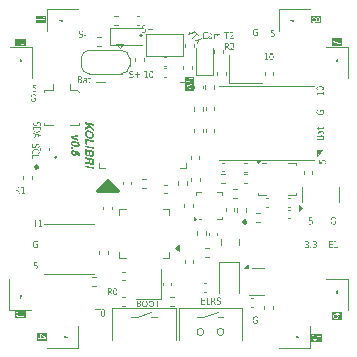
<source format=gbr>
%TF.GenerationSoftware,KiCad,Pcbnew,9.0.5*%
%TF.CreationDate,2025-10-07T19:58:40+02:00*%
%TF.ProjectId,Kolibri v0.6,4b6f6c69-6272-4692-9076-302e362e6b69,rev?*%
%TF.SameCoordinates,Original*%
%TF.FileFunction,Legend,Top*%
%TF.FilePolarity,Positive*%
%FSLAX46Y46*%
G04 Gerber Fmt 4.6, Leading zero omitted, Abs format (unit mm)*
G04 Created by KiCad (PCBNEW 9.0.5) date 2025-10-07 19:58:40*
%MOMM*%
%LPD*%
G01*
G04 APERTURE LIST*
%ADD10C,0.300000*%
%ADD11C,0.100000*%
%ADD12C,0.160000*%
%ADD13C,0.120000*%
%ADD14C,0.250000*%
%ADD15C,0.150000*%
G04 APERTURE END LIST*
D10*
X94850000Y-101050000D02*
X93150000Y-101050000D01*
X94000000Y-100200000D01*
X94850000Y-101050000D01*
G36*
X94850000Y-101050000D02*
G01*
X93150000Y-101050000D01*
X94000000Y-100200000D01*
X94850000Y-101050000D01*
G37*
D11*
G36*
X112210732Y-94254736D02*
G01*
X112047113Y-94254736D01*
X112047113Y-94367454D01*
X111979116Y-94367454D01*
X111979116Y-94186439D01*
X112240920Y-94186439D01*
X112261678Y-94213899D01*
X112278795Y-94243217D01*
X112292321Y-94274580D01*
X112305284Y-94323831D01*
X112309723Y-94377376D01*
X112305980Y-94425546D01*
X112295321Y-94467485D01*
X112278334Y-94504122D01*
X112255228Y-94536228D01*
X112225826Y-94564374D01*
X112191171Y-94587793D01*
X112151352Y-94606353D01*
X112105608Y-94620095D01*
X112052956Y-94628763D01*
X111992232Y-94631816D01*
X111931306Y-94628759D01*
X111878519Y-94620085D01*
X111832696Y-94606338D01*
X111792846Y-94587780D01*
X111758198Y-94564374D01*
X111728798Y-94536228D01*
X111705692Y-94504120D01*
X111688704Y-94467477D01*
X111678044Y-94425530D01*
X111674301Y-94377345D01*
X111678081Y-94328336D01*
X111689175Y-94282579D01*
X111707626Y-94239236D01*
X111732919Y-94199750D01*
X111822019Y-94199750D01*
X111797422Y-94226206D01*
X111777635Y-94253264D01*
X111762338Y-94281053D01*
X111751235Y-94310127D01*
X111744551Y-94340212D01*
X111742298Y-94371545D01*
X111745199Y-94409628D01*
X111753358Y-94441897D01*
X111766183Y-94469262D01*
X111783405Y-94492477D01*
X111805093Y-94512106D01*
X111837712Y-94531445D01*
X111878516Y-94546088D01*
X111929289Y-94555606D01*
X111992232Y-94559062D01*
X112054929Y-94555610D01*
X112105562Y-94546100D01*
X112146308Y-94531459D01*
X112178931Y-94512106D01*
X112200621Y-94492465D01*
X112217844Y-94469242D01*
X112230668Y-94441876D01*
X112238826Y-94409613D01*
X112241726Y-94371545D01*
X112239729Y-94336033D01*
X112234179Y-94306332D01*
X112224392Y-94278751D01*
X112210732Y-94254736D01*
G37*
G36*
X112725117Y-105286025D02*
G01*
X113047548Y-105286025D01*
X113047548Y-105356367D01*
X112794116Y-105356367D01*
X112794116Y-105536911D01*
X113036954Y-105536911D01*
X113036954Y-105607253D01*
X112794116Y-105607253D01*
X112794116Y-105827658D01*
X113053685Y-105827658D01*
X113053685Y-105898000D01*
X112725117Y-105898000D01*
X112725117Y-105286025D01*
G37*
G36*
X113185301Y-105827658D02*
G01*
X113298019Y-105827658D01*
X113298019Y-105361056D01*
X113175379Y-105391538D01*
X113175379Y-105316506D01*
X113297317Y-105286025D01*
X113366316Y-105286025D01*
X113366316Y-105827658D01*
X113479034Y-105827658D01*
X113479034Y-105898000D01*
X113185301Y-105898000D01*
X113185301Y-105827658D01*
G37*
G36*
X111511386Y-86418251D02*
G01*
X111544546Y-86431504D01*
X111571403Y-86452984D01*
X111591239Y-86481346D01*
X111603716Y-86516788D01*
X111608204Y-86561293D01*
X111603706Y-86606117D01*
X111591219Y-86641701D01*
X111571403Y-86670073D01*
X111544546Y-86691552D01*
X111511386Y-86704805D01*
X111470060Y-86709524D01*
X111429064Y-86704797D01*
X111395953Y-86691479D01*
X111368931Y-86669816D01*
X111348963Y-86641306D01*
X111336422Y-86605785D01*
X111331916Y-86561293D01*
X111336404Y-86516788D01*
X111348881Y-86481346D01*
X111368718Y-86452984D01*
X111395574Y-86431504D01*
X111428735Y-86418251D01*
X111470060Y-86413532D01*
X111511386Y-86418251D01*
G37*
G36*
X111837875Y-86433449D02*
G01*
X111866176Y-86445082D01*
X111888979Y-86463968D01*
X111905593Y-86488831D01*
X111916197Y-86520621D01*
X111920053Y-86561293D01*
X111916219Y-86601621D01*
X111905632Y-86633432D01*
X111888979Y-86658575D01*
X111866136Y-86677766D01*
X111837835Y-86689557D01*
X111802426Y-86693752D01*
X111767017Y-86689557D01*
X111738715Y-86677766D01*
X111715872Y-86658575D01*
X111699220Y-86633432D01*
X111688633Y-86601621D01*
X111684799Y-86561293D01*
X111688654Y-86520621D01*
X111699259Y-86488831D01*
X111715872Y-86463968D01*
X111738676Y-86445082D01*
X111766977Y-86433449D01*
X111802426Y-86429304D01*
X111837875Y-86433449D01*
G37*
G36*
X112074426Y-86883900D02*
G01*
X111177544Y-86883900D01*
X111177544Y-86561293D01*
X111255322Y-86561293D01*
X111259326Y-86620798D01*
X111270451Y-86669703D01*
X111287742Y-86709853D01*
X111310802Y-86742735D01*
X111340592Y-86769764D01*
X111376218Y-86789388D01*
X111418866Y-86801732D01*
X111470188Y-86806122D01*
X111514403Y-86801590D01*
X111552575Y-86788552D01*
X111585978Y-86767141D01*
X111613545Y-86738461D01*
X111634771Y-86702668D01*
X111649621Y-86658361D01*
X111663322Y-86697474D01*
X111682626Y-86729193D01*
X111707538Y-86754703D01*
X111737563Y-86773768D01*
X111771810Y-86785377D01*
X111811402Y-86789410D01*
X111853141Y-86785385D01*
X111888896Y-86773872D01*
X111919869Y-86755138D01*
X111946853Y-86728673D01*
X111967665Y-86697295D01*
X111983189Y-86659780D01*
X111993105Y-86614944D01*
X111996648Y-86561336D01*
X111993114Y-86507973D01*
X111983212Y-86463225D01*
X111967689Y-86425676D01*
X111946853Y-86394170D01*
X111919855Y-86367601D01*
X111888878Y-86348803D01*
X111853127Y-86337255D01*
X111811402Y-86333219D01*
X111771807Y-86337248D01*
X111737560Y-86348843D01*
X111707538Y-86367883D01*
X111682653Y-86393408D01*
X111663343Y-86425271D01*
X111649621Y-86464695D01*
X111634780Y-86420378D01*
X111613556Y-86384493D01*
X111585978Y-86355659D01*
X111552560Y-86334124D01*
X111514390Y-86321018D01*
X111470188Y-86316464D01*
X111418863Y-86320852D01*
X111376214Y-86333189D01*
X111340589Y-86352800D01*
X111310802Y-86379808D01*
X111287740Y-86412711D01*
X111270449Y-86452876D01*
X111259326Y-86501790D01*
X111255322Y-86561293D01*
X111177544Y-86561293D01*
X111177544Y-86238686D01*
X112074426Y-86238686D01*
X112074426Y-86883900D01*
G37*
G36*
X104118930Y-88539317D02*
G01*
X104154474Y-88548326D01*
X104182666Y-88562059D01*
X104204854Y-88579988D01*
X104223021Y-88603642D01*
X104236356Y-88632786D01*
X104244848Y-88668596D01*
X104247902Y-88712685D01*
X104245212Y-88750478D01*
X104237625Y-88782137D01*
X104225523Y-88808819D01*
X104208699Y-88831324D01*
X104187297Y-88848961D01*
X104160463Y-88861832D01*
X104181461Y-88875164D01*
X104203663Y-88900301D01*
X104223615Y-88933149D01*
X104245856Y-88981230D01*
X104315893Y-89148000D01*
X104241765Y-89148000D01*
X104176522Y-88991452D01*
X104157823Y-88951351D01*
X104141599Y-88925468D01*
X104127490Y-88910119D01*
X104110856Y-88899493D01*
X104089679Y-88892598D01*
X104062796Y-88890079D01*
X103987661Y-88890079D01*
X103987661Y-89148000D01*
X103918662Y-89148000D01*
X103918662Y-88822082D01*
X103987661Y-88822082D01*
X104074398Y-88822082D01*
X104106891Y-88818545D01*
X104131379Y-88808987D01*
X104149716Y-88794311D01*
X104163403Y-88773867D01*
X104172038Y-88747278D01*
X104175178Y-88712649D01*
X104172030Y-88678029D01*
X104163390Y-88651590D01*
X104149716Y-88631389D01*
X104131406Y-88616942D01*
X104106920Y-88607515D01*
X104074398Y-88604022D01*
X103987661Y-88604022D01*
X103987661Y-88822082D01*
X103918662Y-88822082D01*
X103918662Y-88536025D01*
X104074398Y-88536025D01*
X104118930Y-88539317D01*
G37*
G36*
X104470285Y-89077658D02*
G01*
X104711078Y-89077658D01*
X104711078Y-89148000D01*
X104387273Y-89148000D01*
X104387273Y-89077658D01*
X104494343Y-88946866D01*
X104579553Y-88841060D01*
X104609319Y-88797209D01*
X104625837Y-88765552D01*
X104635828Y-88734325D01*
X104638995Y-88704772D01*
X104635720Y-88673815D01*
X104626278Y-88647730D01*
X104610480Y-88625344D01*
X104590133Y-88608637D01*
X104565737Y-88598301D01*
X104536200Y-88594643D01*
X104503492Y-88597861D01*
X104467690Y-88608015D01*
X104431520Y-88624267D01*
X104390692Y-88648572D01*
X104390692Y-88564161D01*
X104431958Y-88546473D01*
X104468545Y-88534376D01*
X104504134Y-88526682D01*
X104534826Y-88524301D01*
X104574438Y-88527618D01*
X104608082Y-88536977D01*
X104636737Y-88551782D01*
X104661191Y-88571855D01*
X104681775Y-88597567D01*
X104696317Y-88626786D01*
X104705226Y-88660214D01*
X104708330Y-88698910D01*
X104705364Y-88735765D01*
X104696545Y-88770461D01*
X104681272Y-88804793D01*
X104653681Y-88850182D01*
X104599367Y-88918839D01*
X104470285Y-89077658D01*
G37*
G36*
X107286767Y-89927658D02*
G01*
X107399485Y-89927658D01*
X107399485Y-89461056D01*
X107276844Y-89491538D01*
X107276844Y-89416506D01*
X107398783Y-89386025D01*
X107467781Y-89386025D01*
X107467781Y-89927658D01*
X107580499Y-89927658D01*
X107580499Y-89998000D01*
X107286767Y-89998000D01*
X107286767Y-89927658D01*
G37*
G36*
X107900982Y-89377761D02*
G01*
X107930196Y-89387675D01*
X107955812Y-89403739D01*
X107978420Y-89426181D01*
X107998338Y-89455744D01*
X108016680Y-89496835D01*
X108030873Y-89548431D01*
X108040210Y-89612719D01*
X108043614Y-89692232D01*
X108040214Y-89771495D01*
X108030884Y-89835650D01*
X108016692Y-89887202D01*
X107998338Y-89928317D01*
X107978422Y-89957865D01*
X107955815Y-89980297D01*
X107930198Y-89996354D01*
X107900984Y-90006265D01*
X107867363Y-90009723D01*
X107833742Y-90006265D01*
X107804524Y-89996355D01*
X107778901Y-89980298D01*
X107756285Y-89957866D01*
X107736357Y-89928317D01*
X107718016Y-89887204D01*
X107703833Y-89835653D01*
X107694509Y-89771497D01*
X107691111Y-89692232D01*
X107760445Y-89692232D01*
X107762542Y-89757743D01*
X107768216Y-89809582D01*
X107776661Y-89850032D01*
X107787251Y-89881129D01*
X107803006Y-89909622D01*
X107821261Y-89928775D01*
X107842397Y-89940143D01*
X107867363Y-89944071D01*
X107892505Y-89940133D01*
X107913743Y-89928746D01*
X107932038Y-89909591D01*
X107947780Y-89881129D01*
X107958382Y-89850030D01*
X107966836Y-89809579D01*
X107972517Y-89757741D01*
X107974616Y-89692232D01*
X107972514Y-89626472D01*
X107966829Y-89574501D01*
X107958374Y-89534008D01*
X107947780Y-89502931D01*
X107932036Y-89474451D01*
X107913740Y-89455285D01*
X107892503Y-89443893D01*
X107867363Y-89439953D01*
X107842399Y-89443882D01*
X107821264Y-89455256D01*
X107803008Y-89474420D01*
X107787251Y-89502931D01*
X107776669Y-89534006D01*
X107768224Y-89574498D01*
X107762545Y-89626470D01*
X107760445Y-89692232D01*
X107691111Y-89692232D01*
X107694513Y-89612717D01*
X107703844Y-89548428D01*
X107718028Y-89496833D01*
X107736357Y-89455744D01*
X107756286Y-89426180D01*
X107778903Y-89403738D01*
X107804526Y-89387674D01*
X107833743Y-89377760D01*
X107867363Y-89374301D01*
X107900982Y-89377761D01*
G37*
G36*
X112167193Y-96364338D02*
G01*
X112200778Y-96373237D01*
X112229260Y-96387578D01*
X112253486Y-96407667D01*
X112271877Y-96431545D01*
X112285775Y-96460772D01*
X112294759Y-96496433D01*
X112298000Y-96539833D01*
X112298000Y-96722893D01*
X111686025Y-96722893D01*
X111686025Y-96551770D01*
X111754022Y-96551770D01*
X111754022Y-96653894D01*
X111939256Y-96653894D01*
X111939256Y-96551770D01*
X111938486Y-96543252D01*
X112007253Y-96543252D01*
X112007253Y-96653894D01*
X112230002Y-96653894D01*
X112230002Y-96543252D01*
X112226403Y-96506725D01*
X112216845Y-96480013D01*
X112202525Y-96460759D01*
X112182042Y-96446400D01*
X112154734Y-96437291D01*
X112118408Y-96433953D01*
X112081817Y-96437309D01*
X112054556Y-96446430D01*
X112034327Y-96460759D01*
X112020232Y-96479984D01*
X112010806Y-96506694D01*
X112007253Y-96543252D01*
X111938486Y-96543252D01*
X111936245Y-96518449D01*
X111928273Y-96494043D01*
X111916431Y-96476452D01*
X111899170Y-96463050D01*
X111876491Y-96454713D01*
X111846639Y-96451692D01*
X111817053Y-96454701D01*
X111794426Y-96463027D01*
X111777066Y-96476452D01*
X111765102Y-96494058D01*
X111757058Y-96518466D01*
X111754022Y-96551770D01*
X111686025Y-96551770D01*
X111686025Y-96546672D01*
X111688914Y-96506630D01*
X111696912Y-96473787D01*
X111709252Y-96446936D01*
X111725519Y-96425069D01*
X111747111Y-96406543D01*
X111772465Y-96393374D01*
X111802328Y-96385227D01*
X111837846Y-96382357D01*
X111874598Y-96385052D01*
X111904001Y-96392512D01*
X111927569Y-96404217D01*
X111946513Y-96420530D01*
X111960402Y-96441568D01*
X111969114Y-96468453D01*
X111981449Y-96436170D01*
X111999642Y-96410168D01*
X112023666Y-96389379D01*
X112052934Y-96373987D01*
X112087042Y-96364519D01*
X112127237Y-96361200D01*
X112167193Y-96364338D01*
G37*
G36*
X112298000Y-96009093D02*
G01*
X112227658Y-96009093D01*
X112253799Y-96025020D01*
X112274271Y-96042854D01*
X112289720Y-96062735D01*
X112300470Y-96084733D01*
X112307297Y-96110666D01*
X112309723Y-96141289D01*
X112306998Y-96170437D01*
X112299281Y-96195249D01*
X112286973Y-96216482D01*
X112270083Y-96234712D01*
X112248983Y-96249636D01*
X112224697Y-96260366D01*
X112196602Y-96267027D01*
X112163837Y-96269364D01*
X112125741Y-96266395D01*
X112094349Y-96258050D01*
X112068307Y-96244718D01*
X112046710Y-96226164D01*
X112030696Y-96204114D01*
X112018347Y-96176171D01*
X112010223Y-96141044D01*
X112007253Y-96097204D01*
X112007253Y-96071589D01*
X112065871Y-96071589D01*
X112068931Y-96122890D01*
X112076560Y-96156414D01*
X112086900Y-96177132D01*
X112098907Y-96189699D01*
X112114310Y-96198726D01*
X112133830Y-96204437D01*
X112158635Y-96206502D01*
X112184372Y-96203912D01*
X112205364Y-96196564D01*
X112222712Y-96184490D01*
X112235480Y-96168715D01*
X112243523Y-96149081D01*
X112246415Y-96124528D01*
X112243478Y-96099112D01*
X112235035Y-96077083D01*
X112221235Y-96057762D01*
X112201682Y-96040692D01*
X112178446Y-96027313D01*
X112151385Y-96017480D01*
X112119787Y-96011284D01*
X112082760Y-96009093D01*
X112065871Y-96009093D01*
X112065871Y-96071589D01*
X112007253Y-96071589D01*
X112007253Y-96009093D01*
X111999779Y-96009093D01*
X111966442Y-96012489D01*
X111939954Y-96022032D01*
X111918703Y-96037608D01*
X111903439Y-96057932D01*
X111893608Y-96084095D01*
X111890016Y-96117720D01*
X111892374Y-96150170D01*
X111899395Y-96181590D01*
X111911086Y-96212004D01*
X111927532Y-96241368D01*
X111857190Y-96241368D01*
X111843701Y-96206931D01*
X111834329Y-96174415D01*
X111828579Y-96142110D01*
X111826709Y-96111248D01*
X111830452Y-96069603D01*
X111840794Y-96036016D01*
X111856847Y-96008962D01*
X111878366Y-95987264D01*
X111905372Y-95970362D01*
X111939369Y-95957588D01*
X111981912Y-95949283D01*
X112034950Y-95946262D01*
X112298000Y-95946262D01*
X112298000Y-96009093D01*
G37*
G36*
X111707127Y-95754409D02*
G01*
X111838432Y-95754409D01*
X111838432Y-95624960D01*
X111897050Y-95624960D01*
X111897050Y-95754409D01*
X112146471Y-95754409D01*
X112184260Y-95752455D01*
X112206593Y-95747768D01*
X112218682Y-95741617D01*
X112226621Y-95731954D01*
X112232369Y-95715594D01*
X112234692Y-95689501D01*
X112234692Y-95624960D01*
X112298000Y-95624960D01*
X112298000Y-95689501D01*
X112295362Y-95727217D01*
X112288388Y-95755179D01*
X112278181Y-95775502D01*
X112265356Y-95789916D01*
X112248265Y-95800813D01*
X112224193Y-95809455D01*
X112191099Y-95815349D01*
X112146471Y-95817576D01*
X111897050Y-95817576D01*
X111897050Y-95863707D01*
X111838432Y-95863707D01*
X111838432Y-95817576D01*
X111707127Y-95817576D01*
X111707127Y-95754409D01*
G37*
G36*
X101937679Y-110086025D02*
G01*
X102260110Y-110086025D01*
X102260110Y-110156367D01*
X102006678Y-110156367D01*
X102006678Y-110336911D01*
X102249516Y-110336911D01*
X102249516Y-110407253D01*
X102006678Y-110407253D01*
X102006678Y-110627658D01*
X102266247Y-110627658D01*
X102266247Y-110698000D01*
X101937679Y-110698000D01*
X101937679Y-110086025D01*
G37*
G36*
X102379759Y-110086025D02*
G01*
X102448757Y-110086025D01*
X102448757Y-110627658D01*
X102697061Y-110627658D01*
X102697061Y-110698000D01*
X102379759Y-110698000D01*
X102379759Y-110086025D01*
G37*
G36*
X102969838Y-110089317D02*
G01*
X103005382Y-110098326D01*
X103033574Y-110112059D01*
X103055762Y-110129988D01*
X103073929Y-110153642D01*
X103087264Y-110182786D01*
X103095756Y-110218596D01*
X103098810Y-110262685D01*
X103096120Y-110300478D01*
X103088533Y-110332137D01*
X103076431Y-110358819D01*
X103059607Y-110381324D01*
X103038205Y-110398961D01*
X103011371Y-110411832D01*
X103032369Y-110425164D01*
X103054571Y-110450301D01*
X103074523Y-110483149D01*
X103096764Y-110531230D01*
X103166801Y-110698000D01*
X103092673Y-110698000D01*
X103027430Y-110541452D01*
X103008731Y-110501351D01*
X102992507Y-110475468D01*
X102978398Y-110460119D01*
X102961765Y-110449493D01*
X102940587Y-110442598D01*
X102913704Y-110440079D01*
X102838569Y-110440079D01*
X102838569Y-110698000D01*
X102769570Y-110698000D01*
X102769570Y-110372082D01*
X102838569Y-110372082D01*
X102925306Y-110372082D01*
X102957799Y-110368545D01*
X102982287Y-110358987D01*
X103000624Y-110344311D01*
X103014311Y-110323867D01*
X103022947Y-110297278D01*
X103026086Y-110262649D01*
X103022938Y-110228029D01*
X103014298Y-110201590D01*
X103000624Y-110181389D01*
X102982314Y-110166942D01*
X102957828Y-110157515D01*
X102925306Y-110154022D01*
X102838569Y-110154022D01*
X102838569Y-110372082D01*
X102769570Y-110372082D01*
X102769570Y-110086025D01*
X102925306Y-110086025D01*
X102969838Y-110089317D01*
G37*
G36*
X103561314Y-110104782D02*
G01*
X103561314Y-110184503D01*
X103522248Y-110165550D01*
X103487186Y-110152776D01*
X103452526Y-110144853D01*
X103419898Y-110142298D01*
X103382811Y-110145639D01*
X103354452Y-110154654D01*
X103332947Y-110168310D01*
X103316006Y-110188028D01*
X103305920Y-110212199D01*
X103302386Y-110242279D01*
X103304869Y-110267986D01*
X103311731Y-110287762D01*
X103322719Y-110303022D01*
X103337480Y-110314203D01*
X103361925Y-110325426D01*
X103399747Y-110336142D01*
X103441421Y-110346436D01*
X103480353Y-110358035D01*
X103511506Y-110372565D01*
X103536139Y-110389559D01*
X103555300Y-110408792D01*
X103571027Y-110432352D01*
X103582418Y-110459608D01*
X103589526Y-110491272D01*
X103592028Y-110528300D01*
X103588622Y-110572080D01*
X103579034Y-110608308D01*
X103563693Y-110638499D01*
X103542324Y-110663671D01*
X103516904Y-110682483D01*
X103485101Y-110696884D01*
X103445559Y-110706298D01*
X103396664Y-110709723D01*
X103359992Y-110707294D01*
X103319636Y-110699648D01*
X103278707Y-110687381D01*
X103235097Y-110669863D01*
X103235097Y-110585452D01*
X103277376Y-110610290D01*
X103317407Y-110627548D01*
X103357756Y-110638247D01*
X103396664Y-110641726D01*
X103435518Y-110638153D01*
X103465263Y-110628502D01*
X103487858Y-110613846D01*
X103501886Y-110598437D01*
X103511769Y-110580430D01*
X103517844Y-110559316D01*
X103519976Y-110534271D01*
X103517214Y-110505385D01*
X103509469Y-110482308D01*
X103496926Y-110463710D01*
X103480277Y-110449491D01*
X103455834Y-110436586D01*
X103421271Y-110425571D01*
X103379262Y-110415679D01*
X103339846Y-110403901D01*
X103309033Y-110390083D01*
X103285355Y-110374686D01*
X103267551Y-110357977D01*
X103252837Y-110337088D01*
X103242143Y-110312451D01*
X103235430Y-110283321D01*
X103233052Y-110248690D01*
X103236218Y-110209182D01*
X103245264Y-110175431D01*
X103259966Y-110146283D01*
X103280710Y-110120976D01*
X103305318Y-110101476D01*
X103334756Y-110086924D01*
X103369954Y-110077625D01*
X103412051Y-110074301D01*
X103448011Y-110076182D01*
X103485141Y-110081921D01*
X103522425Y-110091332D01*
X103561314Y-110104782D01*
G37*
G36*
X92961737Y-111086025D02*
G01*
X93393131Y-111086025D01*
X93393131Y-111156367D01*
X93212086Y-111156367D01*
X93212086Y-111698000D01*
X93142751Y-111698000D01*
X93142751Y-111156367D01*
X92961737Y-111156367D01*
X92961737Y-111086025D01*
G37*
G36*
X93647180Y-111077761D02*
G01*
X93676393Y-111087675D01*
X93702010Y-111103739D01*
X93724618Y-111126181D01*
X93744535Y-111155744D01*
X93762878Y-111196835D01*
X93777071Y-111248431D01*
X93786407Y-111312719D01*
X93789812Y-111392232D01*
X93786411Y-111471495D01*
X93777082Y-111535650D01*
X93762889Y-111587202D01*
X93744535Y-111628317D01*
X93724619Y-111657865D01*
X93702012Y-111680297D01*
X93676396Y-111696354D01*
X93647181Y-111706265D01*
X93613560Y-111709723D01*
X93579939Y-111706265D01*
X93550721Y-111696355D01*
X93525098Y-111680298D01*
X93502482Y-111657866D01*
X93482554Y-111628317D01*
X93464214Y-111587204D01*
X93450031Y-111535653D01*
X93440707Y-111471497D01*
X93437308Y-111392232D01*
X93506643Y-111392232D01*
X93508740Y-111457743D01*
X93514414Y-111509582D01*
X93522859Y-111550032D01*
X93533448Y-111581129D01*
X93549203Y-111609622D01*
X93567459Y-111628775D01*
X93588594Y-111640143D01*
X93613560Y-111644071D01*
X93638703Y-111640133D01*
X93659940Y-111628746D01*
X93678236Y-111609591D01*
X93693977Y-111581129D01*
X93704579Y-111550030D01*
X93713034Y-111509579D01*
X93718714Y-111457741D01*
X93720813Y-111392232D01*
X93718711Y-111326472D01*
X93713026Y-111274501D01*
X93704571Y-111234008D01*
X93693977Y-111202931D01*
X93678234Y-111174451D01*
X93659937Y-111155285D01*
X93638701Y-111143893D01*
X93613560Y-111139953D01*
X93588596Y-111143882D01*
X93567462Y-111155256D01*
X93549205Y-111174420D01*
X93533448Y-111202931D01*
X93522867Y-111234006D01*
X93514421Y-111274498D01*
X93508742Y-111326470D01*
X93506643Y-111392232D01*
X93437308Y-111392232D01*
X93440711Y-111312717D01*
X93450041Y-111248428D01*
X93464225Y-111196833D01*
X93482554Y-111155744D01*
X93502484Y-111126180D01*
X93525101Y-111103738D01*
X93550724Y-111087674D01*
X93579941Y-111077760D01*
X93613560Y-111074301D01*
X93647180Y-111077761D01*
G37*
G36*
X106645263Y-112210732D02*
G01*
X106645263Y-112047113D01*
X106532545Y-112047113D01*
X106532545Y-111979116D01*
X106713560Y-111979116D01*
X106713560Y-112240920D01*
X106686100Y-112261678D01*
X106656782Y-112278795D01*
X106625419Y-112292321D01*
X106576168Y-112305284D01*
X106522623Y-112309723D01*
X106474453Y-112305980D01*
X106432514Y-112295321D01*
X106395877Y-112278334D01*
X106363771Y-112255228D01*
X106335625Y-112225826D01*
X106312206Y-112191171D01*
X106293646Y-112151352D01*
X106279904Y-112105608D01*
X106271236Y-112052956D01*
X106268183Y-111992232D01*
X106271240Y-111931306D01*
X106279914Y-111878519D01*
X106293661Y-111832696D01*
X106312219Y-111792846D01*
X106335625Y-111758198D01*
X106363771Y-111728798D01*
X106395879Y-111705692D01*
X106432522Y-111688704D01*
X106474469Y-111678044D01*
X106522654Y-111674301D01*
X106571663Y-111678081D01*
X106617420Y-111689175D01*
X106660763Y-111707626D01*
X106700249Y-111732919D01*
X106700249Y-111822019D01*
X106673793Y-111797422D01*
X106646735Y-111777635D01*
X106618946Y-111762338D01*
X106589872Y-111751235D01*
X106559787Y-111744551D01*
X106528454Y-111742298D01*
X106490371Y-111745199D01*
X106458102Y-111753358D01*
X106430737Y-111766183D01*
X106407522Y-111783405D01*
X106387893Y-111805093D01*
X106368554Y-111837712D01*
X106353911Y-111878516D01*
X106344393Y-111929289D01*
X106340937Y-111992232D01*
X106344389Y-112054929D01*
X106353899Y-112105562D01*
X106368540Y-112146308D01*
X106387893Y-112178931D01*
X106407534Y-112200621D01*
X106430757Y-112217844D01*
X106458123Y-112230668D01*
X106490386Y-112238826D01*
X106528454Y-112241726D01*
X106563966Y-112239729D01*
X106593667Y-112234179D01*
X106621248Y-112224392D01*
X106645263Y-112210732D01*
G37*
G36*
X87661737Y-103486025D02*
G01*
X88093131Y-103486025D01*
X88093131Y-103556367D01*
X87912086Y-103556367D01*
X87912086Y-104098000D01*
X87842751Y-104098000D01*
X87842751Y-103556367D01*
X87661737Y-103556367D01*
X87661737Y-103486025D01*
G37*
G36*
X88177975Y-104027658D02*
G01*
X88290693Y-104027658D01*
X88290693Y-103561056D01*
X88168052Y-103591538D01*
X88168052Y-103516506D01*
X88289991Y-103486025D01*
X88358989Y-103486025D01*
X88358989Y-104027658D01*
X88471707Y-104027658D01*
X88471707Y-104098000D01*
X88177975Y-104098000D01*
X88177975Y-104027658D01*
G37*
G36*
X87074426Y-111822445D02*
G01*
X86177544Y-111822445D01*
X86177544Y-111465388D01*
X86255322Y-111465388D01*
X86259531Y-111533182D01*
X86271202Y-111588912D01*
X86289258Y-111634610D01*
X86313153Y-111671962D01*
X86344624Y-111703433D01*
X86381541Y-111725866D01*
X86424990Y-111739769D01*
X86476600Y-111744667D01*
X86521089Y-111740114D01*
X86559196Y-111727059D01*
X86592261Y-111705686D01*
X86619415Y-111677028D01*
X86639985Y-111641394D01*
X86653938Y-111597377D01*
X86667872Y-111637223D01*
X86686847Y-111668960D01*
X86710743Y-111693932D01*
X86739674Y-111712596D01*
X86772769Y-111723961D01*
X86811145Y-111727912D01*
X86852464Y-111723725D01*
X86888084Y-111711690D01*
X86919195Y-111691962D01*
X86946554Y-111663841D01*
X86967498Y-111630867D01*
X86983123Y-111591686D01*
X86993092Y-111545133D01*
X86996648Y-111489794D01*
X86994831Y-111446634D01*
X86989125Y-111399180D01*
X86979959Y-111350481D01*
X86966557Y-111296127D01*
X86881756Y-111296127D01*
X86896731Y-111349757D01*
X86906589Y-111396059D01*
X86912661Y-111440885D01*
X86914582Y-111481160D01*
X86910815Y-111528857D01*
X86900643Y-111565248D01*
X86885175Y-111592803D01*
X86863053Y-111614234D01*
X86835492Y-111627196D01*
X86800759Y-111631784D01*
X86766936Y-111627329D01*
X86740163Y-111614758D01*
X86718736Y-111594000D01*
X86703794Y-111567309D01*
X86693932Y-111531810D01*
X86690270Y-111485006D01*
X86690270Y-111397983D01*
X86610939Y-111397983D01*
X86610939Y-111481160D01*
X86606491Y-111532667D01*
X86594308Y-111572912D01*
X86575420Y-111604301D01*
X86556129Y-111623528D01*
X86533760Y-111637173D01*
X86507701Y-111645587D01*
X86477027Y-111648539D01*
X86443744Y-111645318D01*
X86416021Y-111636209D01*
X86392725Y-111621544D01*
X86373120Y-111600967D01*
X86354404Y-111567322D01*
X86342006Y-111522264D01*
X86337387Y-111462524D01*
X86340356Y-111411111D01*
X86349099Y-111362549D01*
X86363802Y-111316342D01*
X86383891Y-111274585D01*
X86290884Y-111274585D01*
X86275149Y-111325149D01*
X86264212Y-111372850D01*
X86257505Y-111420188D01*
X86255322Y-111465388D01*
X86177544Y-111465388D01*
X86177544Y-111196807D01*
X87074426Y-111196807D01*
X87074426Y-111822445D01*
G37*
G36*
X88698853Y-113470107D02*
G01*
X88317932Y-113470107D01*
X88317932Y-113226261D01*
X88698853Y-113470107D01*
G37*
G36*
X88860748Y-113745868D02*
G01*
X87991222Y-113745868D01*
X87991222Y-113470107D01*
X88069000Y-113470107D01*
X88069000Y-113566235D01*
X88238602Y-113566235D01*
X88238602Y-113668090D01*
X88317932Y-113668090D01*
X88317932Y-113566235D01*
X88782970Y-113566235D01*
X88782970Y-113444760D01*
X88331652Y-113147828D01*
X88238602Y-113147828D01*
X88238602Y-113470107D01*
X88069000Y-113470107D01*
X87991222Y-113470107D01*
X87991222Y-113070050D01*
X88860748Y-113070050D01*
X88860748Y-113745868D01*
G37*
G36*
X87845263Y-93410732D02*
G01*
X87845263Y-93247113D01*
X87732545Y-93247113D01*
X87732545Y-93179116D01*
X87913560Y-93179116D01*
X87913560Y-93440920D01*
X87886100Y-93461678D01*
X87856782Y-93478795D01*
X87825419Y-93492321D01*
X87776168Y-93505284D01*
X87722623Y-93509723D01*
X87674453Y-93505980D01*
X87632514Y-93495321D01*
X87595877Y-93478334D01*
X87563771Y-93455228D01*
X87535625Y-93425826D01*
X87512206Y-93391171D01*
X87493646Y-93351352D01*
X87479904Y-93305608D01*
X87471236Y-93252956D01*
X87468183Y-93192232D01*
X87471240Y-93131306D01*
X87479914Y-93078519D01*
X87493661Y-93032696D01*
X87512219Y-92992846D01*
X87535625Y-92958198D01*
X87563771Y-92928798D01*
X87595879Y-92905692D01*
X87632522Y-92888704D01*
X87674469Y-92878044D01*
X87722654Y-92874301D01*
X87771663Y-92878081D01*
X87817420Y-92889175D01*
X87860763Y-92907626D01*
X87900249Y-92932919D01*
X87900249Y-93022019D01*
X87873793Y-92997422D01*
X87846735Y-92977635D01*
X87818946Y-92962338D01*
X87789872Y-92951235D01*
X87759787Y-92944551D01*
X87728454Y-92942298D01*
X87690371Y-92945199D01*
X87658102Y-92953358D01*
X87630737Y-92966183D01*
X87607522Y-92983405D01*
X87587893Y-93005093D01*
X87568554Y-93037712D01*
X87553911Y-93078516D01*
X87544393Y-93129289D01*
X87540937Y-93192232D01*
X87544389Y-93254929D01*
X87553899Y-93305562D01*
X87568540Y-93346308D01*
X87587893Y-93378931D01*
X87607534Y-93400621D01*
X87630757Y-93417844D01*
X87658123Y-93430668D01*
X87690386Y-93438826D01*
X87728454Y-93441726D01*
X87763966Y-93439729D01*
X87793667Y-93434179D01*
X87821248Y-93424392D01*
X87845263Y-93410732D01*
G37*
G36*
X113349252Y-111536854D02*
G01*
X113389255Y-111549807D01*
X113421027Y-111570166D01*
X113440408Y-111590687D01*
X113454187Y-111614257D01*
X113462678Y-111641484D01*
X113465650Y-111673261D01*
X113462678Y-111705015D01*
X113454188Y-111732220D01*
X113440409Y-111755770D01*
X113421027Y-111776270D01*
X113389251Y-111796654D01*
X113349248Y-111809620D01*
X113298783Y-111814311D01*
X113248635Y-111809636D01*
X113208679Y-111796682D01*
X113176753Y-111776270D01*
X113157268Y-111755757D01*
X113143425Y-111732202D01*
X113134900Y-111705001D01*
X113131916Y-111673261D01*
X113134900Y-111641498D01*
X113143426Y-111614276D01*
X113157269Y-111590700D01*
X113176753Y-111570166D01*
X113208676Y-111549779D01*
X113248632Y-111536839D01*
X113298783Y-111532168D01*
X113349252Y-111536854D01*
G37*
G36*
X113874426Y-111989157D02*
G01*
X112977544Y-111989157D01*
X112977544Y-111673261D01*
X113055322Y-111673261D01*
X113059815Y-111726491D01*
X113072623Y-111772230D01*
X113093252Y-111811842D01*
X113121915Y-111846325D01*
X113157063Y-111874221D01*
X113197521Y-111894397D01*
X113244307Y-111906964D01*
X113298783Y-111911379D01*
X113354753Y-111907064D01*
X113402139Y-111894873D01*
X113442440Y-111875493D01*
X113476806Y-111848975D01*
X113504860Y-111815809D01*
X113525134Y-111777200D01*
X113537785Y-111732080D01*
X113542244Y-111678989D01*
X113539708Y-111645436D01*
X113532266Y-111614342D01*
X113519976Y-111585254D01*
X113503082Y-111558629D01*
X113481908Y-111535128D01*
X113456076Y-111514515D01*
X113522511Y-111521722D01*
X113575559Y-111534331D01*
X113617504Y-111551340D01*
X113650297Y-111572132D01*
X113677987Y-111599622D01*
X113697829Y-111632346D01*
X113710200Y-111671358D01*
X113714582Y-111718226D01*
X113712500Y-111754540D01*
X113706162Y-111791615D01*
X113695914Y-111828299D01*
X113681756Y-111865004D01*
X113769293Y-111865004D01*
X113781417Y-111825014D01*
X113789809Y-111787768D01*
X113794953Y-111750731D01*
X113796648Y-111714379D01*
X113792401Y-111661126D01*
X113780143Y-111613839D01*
X113760205Y-111571484D01*
X113732371Y-111533268D01*
X113695904Y-111498701D01*
X113655002Y-111471001D01*
X113608420Y-111448869D01*
X113555355Y-111432416D01*
X113494830Y-111422036D01*
X113425728Y-111418387D01*
X113350363Y-111421567D01*
X113286611Y-111430446D01*
X113232918Y-111444176D01*
X113187885Y-111462118D01*
X113150296Y-111483869D01*
X113115977Y-111512543D01*
X113089814Y-111545155D01*
X113071017Y-111582193D01*
X113059386Y-111624509D01*
X113055322Y-111673261D01*
X112977544Y-111673261D01*
X112977544Y-111340609D01*
X113874426Y-111340609D01*
X113874426Y-111989157D01*
G37*
G36*
X87074426Y-88802826D02*
G01*
X86191222Y-88802826D01*
X86191222Y-88725048D01*
X86269000Y-88725048D01*
X86351065Y-88725048D01*
X86351065Y-88387938D01*
X86536354Y-88568654D01*
X86616453Y-88644692D01*
X86669407Y-88683320D01*
X86709461Y-88704703D01*
X86749939Y-88717050D01*
X86792937Y-88721202D01*
X86838083Y-88716856D01*
X86877082Y-88704384D01*
X86911170Y-88684025D01*
X86941168Y-88655207D01*
X86964586Y-88620972D01*
X86981859Y-88580854D01*
X86992778Y-88533753D01*
X86996648Y-88478296D01*
X86993869Y-88435328D01*
X86984894Y-88385502D01*
X86970780Y-88334280D01*
X86950144Y-88276509D01*
X86851665Y-88276509D01*
X86880021Y-88333668D01*
X86898981Y-88384305D01*
X86910828Y-88434429D01*
X86914582Y-88480219D01*
X86910315Y-88521572D01*
X86898255Y-88555726D01*
X86878764Y-88584212D01*
X86852648Y-88606329D01*
X86822215Y-88619548D01*
X86786098Y-88624133D01*
X86751619Y-88619699D01*
X86715188Y-88605711D01*
X86678255Y-88582586D01*
X86627096Y-88540914D01*
X86503656Y-88421619D01*
X86351065Y-88271721D01*
X86269000Y-88271721D01*
X86269000Y-88725048D01*
X86191222Y-88725048D01*
X86191222Y-88193943D01*
X87074426Y-88193943D01*
X87074426Y-88802826D01*
G37*
G36*
X112227658Y-92958242D02*
G01*
X112227658Y-92845524D01*
X111761056Y-92845524D01*
X111791538Y-92968165D01*
X111716506Y-92968165D01*
X111686025Y-92846226D01*
X111686025Y-92777228D01*
X112227658Y-92777228D01*
X112227658Y-92664510D01*
X112298000Y-92664510D01*
X112298000Y-92958242D01*
X112227658Y-92958242D01*
G37*
G36*
X112071495Y-92204795D02*
G01*
X112135650Y-92214125D01*
X112187202Y-92228317D01*
X112228317Y-92246671D01*
X112257865Y-92266587D01*
X112280297Y-92289194D01*
X112296354Y-92314811D01*
X112306265Y-92344025D01*
X112309723Y-92377646D01*
X112306265Y-92411267D01*
X112296355Y-92440485D01*
X112280298Y-92466108D01*
X112257866Y-92488724D01*
X112228317Y-92508652D01*
X112187204Y-92526993D01*
X112135653Y-92541176D01*
X112071497Y-92550500D01*
X111992232Y-92553898D01*
X111912717Y-92550496D01*
X111848428Y-92541165D01*
X111796833Y-92526981D01*
X111755744Y-92508652D01*
X111726180Y-92488723D01*
X111703738Y-92466106D01*
X111687674Y-92440483D01*
X111677760Y-92411266D01*
X111674301Y-92377646D01*
X111739953Y-92377646D01*
X111743882Y-92402610D01*
X111755256Y-92423745D01*
X111774420Y-92442001D01*
X111802931Y-92457758D01*
X111834006Y-92468340D01*
X111874498Y-92476785D01*
X111926470Y-92482464D01*
X111992232Y-92484564D01*
X112057743Y-92482467D01*
X112109582Y-92476793D01*
X112150032Y-92468348D01*
X112181129Y-92457758D01*
X112209622Y-92442003D01*
X112228775Y-92423748D01*
X112240143Y-92402612D01*
X112244071Y-92377646D01*
X112240133Y-92352504D01*
X112228746Y-92331266D01*
X112209591Y-92312971D01*
X112181129Y-92297229D01*
X112150030Y-92286627D01*
X112109579Y-92278173D01*
X112057741Y-92272492D01*
X111992232Y-92270393D01*
X111926472Y-92272495D01*
X111874501Y-92278180D01*
X111834008Y-92286635D01*
X111802931Y-92297229D01*
X111774451Y-92312973D01*
X111755285Y-92331269D01*
X111743893Y-92352506D01*
X111739953Y-92377646D01*
X111674301Y-92377646D01*
X111677761Y-92344027D01*
X111687675Y-92314813D01*
X111703739Y-92289197D01*
X111726181Y-92266589D01*
X111755744Y-92246671D01*
X111796835Y-92228329D01*
X111848431Y-92214136D01*
X111912719Y-92204799D01*
X111992232Y-92201395D01*
X112071495Y-92204795D01*
G37*
G36*
X91693369Y-91338914D02*
G01*
X91726212Y-91346912D01*
X91753063Y-91359252D01*
X91774930Y-91375519D01*
X91793456Y-91397111D01*
X91806625Y-91422465D01*
X91814772Y-91452328D01*
X91817642Y-91487846D01*
X91814947Y-91524598D01*
X91807487Y-91554001D01*
X91795782Y-91577569D01*
X91779469Y-91596513D01*
X91758431Y-91610402D01*
X91731546Y-91619114D01*
X91763829Y-91631449D01*
X91789831Y-91649642D01*
X91810620Y-91673666D01*
X91826012Y-91702934D01*
X91835480Y-91737042D01*
X91838799Y-91777237D01*
X91835661Y-91817193D01*
X91826762Y-91850778D01*
X91812421Y-91879260D01*
X91792332Y-91903486D01*
X91768454Y-91921877D01*
X91739227Y-91935775D01*
X91703566Y-91944759D01*
X91660166Y-91948000D01*
X91477106Y-91948000D01*
X91477106Y-91880002D01*
X91546105Y-91880002D01*
X91656747Y-91880002D01*
X91693274Y-91876403D01*
X91719986Y-91866845D01*
X91739240Y-91852525D01*
X91753599Y-91832042D01*
X91762708Y-91804734D01*
X91766046Y-91768408D01*
X91762690Y-91731817D01*
X91753569Y-91704556D01*
X91739240Y-91684327D01*
X91720015Y-91670232D01*
X91693305Y-91660806D01*
X91656747Y-91657253D01*
X91546105Y-91657253D01*
X91546105Y-91880002D01*
X91477106Y-91880002D01*
X91477106Y-91589256D01*
X91546105Y-91589256D01*
X91648229Y-91589256D01*
X91681550Y-91586245D01*
X91705956Y-91578273D01*
X91723547Y-91566431D01*
X91736949Y-91549170D01*
X91745286Y-91526491D01*
X91748307Y-91496639D01*
X91745298Y-91467053D01*
X91736972Y-91444426D01*
X91723547Y-91427066D01*
X91705941Y-91415102D01*
X91681533Y-91407058D01*
X91648229Y-91404022D01*
X91546105Y-91404022D01*
X91546105Y-91589256D01*
X91477106Y-91589256D01*
X91477106Y-91336025D01*
X91653327Y-91336025D01*
X91693369Y-91338914D01*
G37*
G36*
X92130396Y-91480452D02*
G01*
X92163983Y-91490794D01*
X92191037Y-91506847D01*
X92212735Y-91528366D01*
X92229637Y-91555372D01*
X92242411Y-91589369D01*
X92250716Y-91631912D01*
X92253737Y-91684950D01*
X92253737Y-91948000D01*
X92190906Y-91948000D01*
X92190906Y-91877658D01*
X92174979Y-91903799D01*
X92157145Y-91924271D01*
X92137264Y-91939720D01*
X92115266Y-91950470D01*
X92089333Y-91957297D01*
X92058710Y-91959723D01*
X92029562Y-91956998D01*
X92004750Y-91949281D01*
X91983517Y-91936973D01*
X91965287Y-91920083D01*
X91950363Y-91898983D01*
X91939633Y-91874697D01*
X91932972Y-91846602D01*
X91930635Y-91813837D01*
X91931040Y-91808635D01*
X91993497Y-91808635D01*
X91996087Y-91834372D01*
X92003435Y-91855364D01*
X92015509Y-91872712D01*
X92031284Y-91885480D01*
X92050918Y-91893523D01*
X92075471Y-91896415D01*
X92100887Y-91893478D01*
X92122916Y-91885035D01*
X92142237Y-91871235D01*
X92159307Y-91851682D01*
X92172686Y-91828446D01*
X92182519Y-91801385D01*
X92188715Y-91769787D01*
X92190906Y-91732760D01*
X92190906Y-91715871D01*
X92128410Y-91715871D01*
X92077109Y-91718931D01*
X92043585Y-91726560D01*
X92022867Y-91736900D01*
X92010300Y-91748907D01*
X92001273Y-91764310D01*
X91995562Y-91783830D01*
X91993497Y-91808635D01*
X91931040Y-91808635D01*
X91933604Y-91775741D01*
X91941949Y-91744349D01*
X91955281Y-91718307D01*
X91973835Y-91696710D01*
X91995885Y-91680696D01*
X92023828Y-91668347D01*
X92058955Y-91660223D01*
X92102795Y-91657253D01*
X92190906Y-91657253D01*
X92190906Y-91649779D01*
X92187510Y-91616442D01*
X92177967Y-91589954D01*
X92162391Y-91568703D01*
X92142067Y-91553439D01*
X92115904Y-91543608D01*
X92082279Y-91540016D01*
X92049829Y-91542374D01*
X92018409Y-91549395D01*
X91987995Y-91561086D01*
X91958631Y-91577532D01*
X91958631Y-91507190D01*
X91993068Y-91493701D01*
X92025584Y-91484329D01*
X92057889Y-91478579D01*
X92088751Y-91476709D01*
X92130396Y-91480452D01*
G37*
G36*
X92445590Y-91357127D02*
G01*
X92445590Y-91488432D01*
X92575039Y-91488432D01*
X92575039Y-91547050D01*
X92445590Y-91547050D01*
X92445590Y-91796471D01*
X92447544Y-91834260D01*
X92452231Y-91856593D01*
X92458382Y-91868682D01*
X92468045Y-91876621D01*
X92484405Y-91882369D01*
X92510498Y-91884692D01*
X92575039Y-91884692D01*
X92575039Y-91948000D01*
X92510498Y-91948000D01*
X92472782Y-91945362D01*
X92444820Y-91938388D01*
X92424497Y-91928181D01*
X92410083Y-91915356D01*
X92399186Y-91898265D01*
X92390544Y-91874193D01*
X92384650Y-91841099D01*
X92382423Y-91796471D01*
X92382423Y-91547050D01*
X92336292Y-91547050D01*
X92336292Y-91488432D01*
X92382423Y-91488432D01*
X92382423Y-91357127D01*
X92445590Y-91357127D01*
G37*
G36*
X112110748Y-113815264D02*
G01*
X111227544Y-113815264D01*
X111227544Y-113463507D01*
X111305322Y-113463507D01*
X111309886Y-113529038D01*
X111322625Y-113583366D01*
X111342550Y-113628425D01*
X111369307Y-113665765D01*
X111403576Y-113696479D01*
X111444008Y-113718679D01*
X111491837Y-113732570D01*
X111548783Y-113737486D01*
X111604018Y-113732755D01*
X111651133Y-113719302D01*
X111691629Y-113697677D01*
X111726592Y-113667645D01*
X111754480Y-113631020D01*
X111774874Y-113588120D01*
X111787704Y-113537736D01*
X111792244Y-113478296D01*
X111788611Y-113436195D01*
X111777755Y-113394136D01*
X111950905Y-113394136D01*
X111950905Y-113684870D01*
X112032970Y-113684870D01*
X112032970Y-113305659D01*
X111674617Y-113305659D01*
X111690653Y-113345965D01*
X111701502Y-113384305D01*
X111708020Y-113422958D01*
X111710179Y-113461541D01*
X111707153Y-113502809D01*
X111698619Y-113537726D01*
X111685101Y-113567370D01*
X111666710Y-113592589D01*
X111643452Y-113613438D01*
X111616572Y-113628376D01*
X111585354Y-113637636D01*
X111548783Y-113640888D01*
X111512213Y-113637637D01*
X111480986Y-113628377D01*
X111454092Y-113613439D01*
X111430814Y-113592589D01*
X111412440Y-113567372D01*
X111398936Y-113537735D01*
X111390411Y-113502831D01*
X111387387Y-113461584D01*
X111390145Y-113411252D01*
X111398201Y-113364515D01*
X111411818Y-113319461D01*
X111431156Y-113275568D01*
X111335413Y-113275568D01*
X111322112Y-113325091D01*
X111312845Y-113371910D01*
X111307180Y-113418399D01*
X111305322Y-113463507D01*
X111227544Y-113463507D01*
X111227544Y-113197790D01*
X112110748Y-113197790D01*
X112110748Y-113815264D01*
G37*
G36*
X87652966Y-92086025D02*
G01*
X87923831Y-92086025D01*
X87923831Y-92156367D01*
X87716163Y-92156367D01*
X87716163Y-92304781D01*
X87746205Y-92295475D01*
X87776278Y-92292361D01*
X87818735Y-92296253D01*
X87854724Y-92307250D01*
X87885366Y-92324731D01*
X87911527Y-92348635D01*
X87932978Y-92378603D01*
X87948425Y-92413314D01*
X87958034Y-92453698D01*
X87961414Y-92501042D01*
X87957902Y-92549853D01*
X87947980Y-92590849D01*
X87932122Y-92625505D01*
X87910184Y-92654878D01*
X87883513Y-92677814D01*
X87851327Y-92694892D01*
X87812522Y-92705811D01*
X87765714Y-92709723D01*
X87733494Y-92708130D01*
X87700288Y-92703275D01*
X87666845Y-92695332D01*
X87631472Y-92683931D01*
X87631472Y-92601866D01*
X87662824Y-92618441D01*
X87695006Y-92630112D01*
X87728389Y-92637018D01*
X87764340Y-92639381D01*
X87793803Y-92636790D01*
X87818734Y-92629483D01*
X87839904Y-92617907D01*
X87857916Y-92602159D01*
X87872808Y-92582206D01*
X87883478Y-92559154D01*
X87890093Y-92532388D01*
X87892415Y-92501042D01*
X87890092Y-92469695D01*
X87883477Y-92442937D01*
X87872807Y-92419897D01*
X87857916Y-92399962D01*
X87839902Y-92384198D01*
X87818728Y-92372612D01*
X87793787Y-92365297D01*
X87764310Y-92362703D01*
X87736751Y-92364554D01*
X87709141Y-92370140D01*
X87681755Y-92379439D01*
X87652966Y-92393184D01*
X87652966Y-92086025D01*
G37*
G36*
X96153114Y-90904782D02*
G01*
X96153114Y-90984503D01*
X96114048Y-90965550D01*
X96078986Y-90952776D01*
X96044326Y-90944853D01*
X96011697Y-90942298D01*
X95974611Y-90945639D01*
X95946251Y-90954654D01*
X95924747Y-90968310D01*
X95907806Y-90988028D01*
X95897720Y-91012199D01*
X95894186Y-91042279D01*
X95896669Y-91067986D01*
X95903530Y-91087762D01*
X95914519Y-91103022D01*
X95929280Y-91114203D01*
X95953725Y-91125426D01*
X95991547Y-91136142D01*
X96033221Y-91146436D01*
X96072153Y-91158035D01*
X96103306Y-91172565D01*
X96127938Y-91189559D01*
X96147099Y-91208792D01*
X96162827Y-91232352D01*
X96174217Y-91259608D01*
X96181326Y-91291272D01*
X96183827Y-91328300D01*
X96180422Y-91372080D01*
X96170833Y-91408308D01*
X96155492Y-91438499D01*
X96134124Y-91463671D01*
X96108704Y-91482483D01*
X96076901Y-91496884D01*
X96037359Y-91506298D01*
X95988464Y-91509723D01*
X95951792Y-91507294D01*
X95911435Y-91499648D01*
X95870506Y-91487381D01*
X95826897Y-91469863D01*
X95826897Y-91385452D01*
X95869176Y-91410290D01*
X95909207Y-91427548D01*
X95949556Y-91438247D01*
X95988464Y-91441726D01*
X96027318Y-91438153D01*
X96057062Y-91428502D01*
X96079658Y-91413846D01*
X96093686Y-91398437D01*
X96103569Y-91380430D01*
X96109643Y-91359316D01*
X96111776Y-91334271D01*
X96109014Y-91305385D01*
X96101268Y-91282308D01*
X96088725Y-91263710D01*
X96072076Y-91249491D01*
X96047633Y-91236586D01*
X96013071Y-91225571D01*
X95971061Y-91215679D01*
X95931645Y-91203901D01*
X95900833Y-91190083D01*
X95877155Y-91174686D01*
X95859351Y-91157977D01*
X95844636Y-91137088D01*
X95833942Y-91112451D01*
X95827230Y-91083321D01*
X95824851Y-91048690D01*
X95828018Y-91009182D01*
X95837064Y-90975431D01*
X95851765Y-90946283D01*
X95872509Y-90920976D01*
X95897118Y-90901476D01*
X95926556Y-90886924D01*
X95961754Y-90877625D01*
X96003851Y-90874301D01*
X96039811Y-90876182D01*
X96076940Y-90881921D01*
X96114225Y-90891332D01*
X96153114Y-90904782D01*
G37*
G36*
X96544543Y-90972780D02*
G01*
X96544543Y-91200219D01*
X96734778Y-91200219D01*
X96734778Y-91270561D01*
X96544543Y-91270561D01*
X96544543Y-91498000D01*
X96487146Y-91498000D01*
X96487146Y-91270561D01*
X96296912Y-91270561D01*
X96296912Y-91200219D01*
X96487146Y-91200219D01*
X96487146Y-90972780D01*
X96544543Y-90972780D01*
G37*
G36*
X97117995Y-91427658D02*
G01*
X97230713Y-91427658D01*
X97230713Y-90961056D01*
X97108073Y-90991538D01*
X97108073Y-90916506D01*
X97230011Y-90886025D01*
X97299010Y-90886025D01*
X97299010Y-91427658D01*
X97411728Y-91427658D01*
X97411728Y-91498000D01*
X97117995Y-91498000D01*
X97117995Y-91427658D01*
G37*
G36*
X97732211Y-90877761D02*
G01*
X97761424Y-90887675D01*
X97787041Y-90903739D01*
X97809648Y-90926181D01*
X97829566Y-90955744D01*
X97847908Y-90996835D01*
X97862102Y-91048431D01*
X97871438Y-91112719D01*
X97874843Y-91192232D01*
X97871442Y-91271495D01*
X97862112Y-91335650D01*
X97847920Y-91387202D01*
X97829566Y-91428317D01*
X97809650Y-91457865D01*
X97787043Y-91480297D01*
X97761427Y-91496354D01*
X97732212Y-91506265D01*
X97698591Y-91509723D01*
X97664970Y-91506265D01*
X97635752Y-91496355D01*
X97610129Y-91480298D01*
X97587513Y-91457866D01*
X97567585Y-91428317D01*
X97549245Y-91387204D01*
X97535062Y-91335653D01*
X97525738Y-91271497D01*
X97522339Y-91192232D01*
X97591674Y-91192232D01*
X97593770Y-91257743D01*
X97599445Y-91309582D01*
X97607890Y-91350032D01*
X97618479Y-91381129D01*
X97634234Y-91409622D01*
X97652490Y-91428775D01*
X97673625Y-91440143D01*
X97698591Y-91444071D01*
X97723734Y-91440133D01*
X97744971Y-91428746D01*
X97763266Y-91409591D01*
X97779008Y-91381129D01*
X97789610Y-91350030D01*
X97798065Y-91309579D01*
X97803745Y-91257741D01*
X97805844Y-91192232D01*
X97803742Y-91126472D01*
X97798057Y-91074501D01*
X97789602Y-91034008D01*
X97779008Y-91002931D01*
X97763265Y-90974451D01*
X97744968Y-90955285D01*
X97723732Y-90943893D01*
X97698591Y-90939953D01*
X97673627Y-90943882D01*
X97652492Y-90955256D01*
X97634236Y-90974420D01*
X97618479Y-91002931D01*
X97607898Y-91034006D01*
X97599452Y-91074498D01*
X97593773Y-91126470D01*
X97591674Y-91192232D01*
X97522339Y-91192232D01*
X97525742Y-91112717D01*
X97535072Y-91048428D01*
X97549256Y-90996833D01*
X97567585Y-90955744D01*
X97587515Y-90926180D01*
X97610132Y-90903738D01*
X97635755Y-90887674D01*
X97664972Y-90877760D01*
X97698591Y-90874301D01*
X97732211Y-90877761D01*
G37*
G36*
X113860748Y-88767188D02*
G01*
X112991222Y-88767188D01*
X112991222Y-88329304D01*
X113069000Y-88329304D01*
X113069000Y-88430219D01*
X113741852Y-88689410D01*
X113782970Y-88689410D01*
X113782970Y-88230355D01*
X113700905Y-88230355D01*
X113700905Y-88573193D01*
X113069000Y-88329304D01*
X112991222Y-88329304D01*
X112991222Y-88152577D01*
X113860748Y-88152577D01*
X113860748Y-88767188D01*
G37*
G36*
X113245263Y-103810732D02*
G01*
X113245263Y-103647113D01*
X113132545Y-103647113D01*
X113132545Y-103579116D01*
X113313560Y-103579116D01*
X113313560Y-103840920D01*
X113286100Y-103861678D01*
X113256782Y-103878795D01*
X113225419Y-103892321D01*
X113176168Y-103905284D01*
X113122623Y-103909723D01*
X113074453Y-103905980D01*
X113032514Y-103895321D01*
X112995877Y-103878334D01*
X112963771Y-103855228D01*
X112935625Y-103825826D01*
X112912206Y-103791171D01*
X112893646Y-103751352D01*
X112879904Y-103705608D01*
X112871236Y-103652956D01*
X112868183Y-103592232D01*
X112871240Y-103531306D01*
X112879914Y-103478519D01*
X112893661Y-103432696D01*
X112912219Y-103392846D01*
X112935625Y-103358198D01*
X112963771Y-103328798D01*
X112995879Y-103305692D01*
X113032522Y-103288704D01*
X113074469Y-103278044D01*
X113122654Y-103274301D01*
X113171663Y-103278081D01*
X113217420Y-103289175D01*
X113260763Y-103307626D01*
X113300249Y-103332919D01*
X113300249Y-103422019D01*
X113273793Y-103397422D01*
X113246735Y-103377635D01*
X113218946Y-103362338D01*
X113189872Y-103351235D01*
X113159787Y-103344551D01*
X113128454Y-103342298D01*
X113090371Y-103345199D01*
X113058102Y-103353358D01*
X113030737Y-103366183D01*
X113007522Y-103383405D01*
X112987893Y-103405093D01*
X112968554Y-103437712D01*
X112953911Y-103478516D01*
X112944393Y-103529289D01*
X112940937Y-103592232D01*
X112944389Y-103654929D01*
X112953899Y-103705562D01*
X112968540Y-103746308D01*
X112987893Y-103778931D01*
X113007534Y-103800621D01*
X113030757Y-103817844D01*
X113058123Y-103830668D01*
X113090386Y-103838826D01*
X113128454Y-103841726D01*
X113163966Y-103839729D01*
X113193667Y-103834179D01*
X113221248Y-103824392D01*
X113245263Y-103810732D01*
G37*
G36*
X101280641Y-92567957D02*
G01*
X100523609Y-92567957D01*
X100523609Y-92174200D01*
X100602000Y-92174200D01*
X100602000Y-92268063D01*
X101213974Y-92501290D01*
X101213974Y-92415195D01*
X100698720Y-92220912D01*
X101213974Y-92027069D01*
X101213974Y-91940570D01*
X100602000Y-92174200D01*
X100523609Y-92174200D01*
X100523609Y-91625863D01*
X100590276Y-91625863D01*
X100594188Y-91682033D01*
X100605107Y-91728599D01*
X100622185Y-91767221D01*
X100645121Y-91799227D01*
X100674494Y-91825553D01*
X100709150Y-91844582D01*
X100750146Y-91856488D01*
X100798957Y-91860703D01*
X100846301Y-91856647D01*
X100886685Y-91845116D01*
X100921396Y-91826580D01*
X100951364Y-91800839D01*
X100975268Y-91769446D01*
X100992749Y-91732674D01*
X101003746Y-91689488D01*
X101007638Y-91638539D01*
X101004524Y-91602452D01*
X100995218Y-91566402D01*
X101143632Y-91566402D01*
X101143632Y-91815603D01*
X101213974Y-91815603D01*
X101213974Y-91490565D01*
X100906815Y-91490565D01*
X100920560Y-91525112D01*
X100929859Y-91557976D01*
X100935445Y-91591107D01*
X100937296Y-91624178D01*
X100934702Y-91659551D01*
X100927387Y-91689479D01*
X100915801Y-91714888D01*
X100900037Y-91736505D01*
X100880102Y-91754375D01*
X100857062Y-91767179D01*
X100830304Y-91775117D01*
X100798957Y-91777904D01*
X100767611Y-91775117D01*
X100740845Y-91767180D01*
X100717793Y-91754376D01*
X100697840Y-91736505D01*
X100682092Y-91714890D01*
X100670516Y-91689487D01*
X100663209Y-91659570D01*
X100660618Y-91624214D01*
X100662981Y-91581073D01*
X100669887Y-91541013D01*
X100681558Y-91502395D01*
X100698133Y-91464773D01*
X100616068Y-91464773D01*
X100604667Y-91507220D01*
X100596724Y-91547351D01*
X100591869Y-91587199D01*
X100590276Y-91625863D01*
X100523609Y-91625863D01*
X100523609Y-91398106D01*
X101280641Y-91398106D01*
X101280641Y-92567957D01*
G37*
G36*
X97224363Y-87054782D02*
G01*
X97224363Y-87134503D01*
X97185297Y-87115550D01*
X97150235Y-87102776D01*
X97115575Y-87094853D01*
X97082946Y-87092298D01*
X97045860Y-87095639D01*
X97017500Y-87104654D01*
X96995996Y-87118310D01*
X96979055Y-87138028D01*
X96968969Y-87162199D01*
X96965435Y-87192279D01*
X96967918Y-87217986D01*
X96974779Y-87237762D01*
X96985768Y-87253022D01*
X97000529Y-87264203D01*
X97024974Y-87275426D01*
X97062796Y-87286142D01*
X97104470Y-87296436D01*
X97143402Y-87308035D01*
X97174555Y-87322565D01*
X97199187Y-87339559D01*
X97218348Y-87358792D01*
X97234076Y-87382352D01*
X97245466Y-87409608D01*
X97252575Y-87441272D01*
X97255076Y-87478300D01*
X97251671Y-87522080D01*
X97242082Y-87558308D01*
X97226741Y-87588499D01*
X97205373Y-87613671D01*
X97179953Y-87632483D01*
X97148150Y-87646884D01*
X97108608Y-87656298D01*
X97059713Y-87659723D01*
X97023041Y-87657294D01*
X96982684Y-87649648D01*
X96941755Y-87637381D01*
X96898146Y-87619863D01*
X96898146Y-87535452D01*
X96940425Y-87560290D01*
X96980456Y-87577548D01*
X97020805Y-87588247D01*
X97059713Y-87591726D01*
X97098567Y-87588153D01*
X97128311Y-87578502D01*
X97150907Y-87563846D01*
X97164935Y-87548437D01*
X97174818Y-87530430D01*
X97180892Y-87509316D01*
X97183025Y-87484271D01*
X97180263Y-87455385D01*
X97172517Y-87432308D01*
X97159974Y-87413710D01*
X97143325Y-87399491D01*
X97118882Y-87386586D01*
X97084320Y-87375571D01*
X97042310Y-87365679D01*
X97002894Y-87353901D01*
X96972082Y-87340083D01*
X96948404Y-87324686D01*
X96930600Y-87307977D01*
X96915885Y-87287088D01*
X96905191Y-87262451D01*
X96898479Y-87233321D01*
X96896100Y-87198690D01*
X96899267Y-87159182D01*
X96908313Y-87125431D01*
X96923014Y-87096283D01*
X96943758Y-87070976D01*
X96968367Y-87051476D01*
X96997805Y-87036924D01*
X97033003Y-87027625D01*
X97075100Y-87024301D01*
X97111060Y-87026182D01*
X97148189Y-87031921D01*
X97185474Y-87041332D01*
X97224363Y-87054782D01*
G37*
G36*
X97615792Y-87122780D02*
G01*
X97615792Y-87350219D01*
X97806027Y-87350219D01*
X97806027Y-87420561D01*
X97615792Y-87420561D01*
X97615792Y-87648000D01*
X97558395Y-87648000D01*
X97558395Y-87420561D01*
X97368161Y-87420561D01*
X97368161Y-87350219D01*
X97558395Y-87350219D01*
X97558395Y-87122780D01*
X97615792Y-87122780D01*
G37*
G36*
X88045263Y-105810732D02*
G01*
X88045263Y-105647113D01*
X87932545Y-105647113D01*
X87932545Y-105579116D01*
X88113560Y-105579116D01*
X88113560Y-105840920D01*
X88086100Y-105861678D01*
X88056782Y-105878795D01*
X88025419Y-105892321D01*
X87976168Y-105905284D01*
X87922623Y-105909723D01*
X87874453Y-105905980D01*
X87832514Y-105895321D01*
X87795877Y-105878334D01*
X87763771Y-105855228D01*
X87735625Y-105825826D01*
X87712206Y-105791171D01*
X87693646Y-105751352D01*
X87679904Y-105705608D01*
X87671236Y-105652956D01*
X87668183Y-105592232D01*
X87671240Y-105531306D01*
X87679914Y-105478519D01*
X87693661Y-105432696D01*
X87712219Y-105392846D01*
X87735625Y-105358198D01*
X87763771Y-105328798D01*
X87795879Y-105305692D01*
X87832522Y-105288704D01*
X87874469Y-105278044D01*
X87922654Y-105274301D01*
X87971663Y-105278081D01*
X88017420Y-105289175D01*
X88060763Y-105307626D01*
X88100249Y-105332919D01*
X88100249Y-105422019D01*
X88073793Y-105397422D01*
X88046735Y-105377635D01*
X88018946Y-105362338D01*
X87989872Y-105351235D01*
X87959787Y-105344551D01*
X87928454Y-105342298D01*
X87890371Y-105345199D01*
X87858102Y-105353358D01*
X87830737Y-105366183D01*
X87807522Y-105383405D01*
X87787893Y-105405093D01*
X87768554Y-105437712D01*
X87753911Y-105478516D01*
X87744393Y-105529289D01*
X87740937Y-105592232D01*
X87744389Y-105654929D01*
X87753899Y-105705562D01*
X87768540Y-105746308D01*
X87787893Y-105778931D01*
X87807534Y-105800621D01*
X87830757Y-105817844D01*
X87858123Y-105830668D01*
X87890386Y-105838826D01*
X87928454Y-105841726D01*
X87963966Y-105839729D01*
X87993667Y-105834179D01*
X88021248Y-105824392D01*
X88045263Y-105810732D01*
G37*
G36*
X91874363Y-87504782D02*
G01*
X91874363Y-87584503D01*
X91835297Y-87565550D01*
X91800235Y-87552776D01*
X91765575Y-87544853D01*
X91732946Y-87542298D01*
X91695860Y-87545639D01*
X91667500Y-87554654D01*
X91645996Y-87568310D01*
X91629055Y-87588028D01*
X91618969Y-87612199D01*
X91615435Y-87642279D01*
X91617918Y-87667986D01*
X91624779Y-87687762D01*
X91635768Y-87703022D01*
X91650529Y-87714203D01*
X91674974Y-87725426D01*
X91712796Y-87736142D01*
X91754470Y-87746436D01*
X91793402Y-87758035D01*
X91824555Y-87772565D01*
X91849187Y-87789559D01*
X91868348Y-87808792D01*
X91884076Y-87832352D01*
X91895466Y-87859608D01*
X91902575Y-87891272D01*
X91905076Y-87928300D01*
X91901671Y-87972080D01*
X91892082Y-88008308D01*
X91876741Y-88038499D01*
X91855373Y-88063671D01*
X91829953Y-88082483D01*
X91798150Y-88096884D01*
X91758608Y-88106298D01*
X91709713Y-88109723D01*
X91673041Y-88107294D01*
X91632684Y-88099648D01*
X91591755Y-88087381D01*
X91548146Y-88069863D01*
X91548146Y-87985452D01*
X91590425Y-88010290D01*
X91630456Y-88027548D01*
X91670805Y-88038247D01*
X91709713Y-88041726D01*
X91748567Y-88038153D01*
X91778311Y-88028502D01*
X91800907Y-88013846D01*
X91814935Y-87998437D01*
X91824818Y-87980430D01*
X91830892Y-87959316D01*
X91833025Y-87934271D01*
X91830263Y-87905385D01*
X91822517Y-87882308D01*
X91809974Y-87863710D01*
X91793325Y-87849491D01*
X91768882Y-87836586D01*
X91734320Y-87825571D01*
X91692310Y-87815679D01*
X91652894Y-87803901D01*
X91622082Y-87790083D01*
X91598404Y-87774686D01*
X91580600Y-87757977D01*
X91565885Y-87737088D01*
X91555191Y-87712451D01*
X91548479Y-87683321D01*
X91546100Y-87648690D01*
X91549267Y-87609182D01*
X91558313Y-87575431D01*
X91573014Y-87546283D01*
X91593758Y-87520976D01*
X91618367Y-87501476D01*
X91647805Y-87486924D01*
X91683003Y-87477625D01*
X91725100Y-87474301D01*
X91761060Y-87476182D01*
X91798189Y-87481921D01*
X91835474Y-87491332D01*
X91874363Y-87504782D01*
G37*
G36*
X91978196Y-87833045D02*
G01*
X92162295Y-87833045D01*
X92162295Y-87901042D01*
X91978196Y-87901042D01*
X91978196Y-87833045D01*
G37*
G36*
X94203404Y-109289317D02*
G01*
X94238948Y-109298326D01*
X94267140Y-109312059D01*
X94289328Y-109329988D01*
X94307495Y-109353642D01*
X94320830Y-109382786D01*
X94329322Y-109418596D01*
X94332376Y-109462685D01*
X94329686Y-109500478D01*
X94322099Y-109532137D01*
X94309997Y-109558819D01*
X94293173Y-109581324D01*
X94271771Y-109598961D01*
X94244937Y-109611832D01*
X94265935Y-109625164D01*
X94288137Y-109650301D01*
X94308089Y-109683149D01*
X94330330Y-109731230D01*
X94400367Y-109898000D01*
X94326239Y-109898000D01*
X94260996Y-109741452D01*
X94242297Y-109701351D01*
X94226073Y-109675468D01*
X94211964Y-109660119D01*
X94195330Y-109649493D01*
X94174153Y-109642598D01*
X94147270Y-109640079D01*
X94072135Y-109640079D01*
X94072135Y-109898000D01*
X94003136Y-109898000D01*
X94003136Y-109572082D01*
X94072135Y-109572082D01*
X94158872Y-109572082D01*
X94191365Y-109568545D01*
X94215853Y-109558987D01*
X94234190Y-109544311D01*
X94247877Y-109523867D01*
X94256512Y-109497278D01*
X94259652Y-109462649D01*
X94256504Y-109428029D01*
X94247864Y-109401590D01*
X94234190Y-109381389D01*
X94215880Y-109366942D01*
X94191394Y-109357515D01*
X94158872Y-109354022D01*
X94072135Y-109354022D01*
X94072135Y-109572082D01*
X94003136Y-109572082D01*
X94003136Y-109286025D01*
X94158872Y-109286025D01*
X94203404Y-109289317D01*
G37*
G36*
X94676489Y-109277761D02*
G01*
X94705703Y-109287675D01*
X94731319Y-109303739D01*
X94753927Y-109326181D01*
X94773845Y-109355744D01*
X94792187Y-109396835D01*
X94806380Y-109448431D01*
X94815716Y-109512719D01*
X94819121Y-109592232D01*
X94815721Y-109671495D01*
X94806391Y-109735650D01*
X94792198Y-109787202D01*
X94773845Y-109828317D01*
X94753928Y-109857865D01*
X94731322Y-109880297D01*
X94705705Y-109896354D01*
X94676491Y-109906265D01*
X94642869Y-109909723D01*
X94609248Y-109906265D01*
X94580031Y-109896355D01*
X94554407Y-109880298D01*
X94531791Y-109857866D01*
X94511864Y-109828317D01*
X94493523Y-109787204D01*
X94479340Y-109735653D01*
X94470016Y-109671497D01*
X94466618Y-109592232D01*
X94535952Y-109592232D01*
X94538049Y-109657743D01*
X94543723Y-109709582D01*
X94552168Y-109750032D01*
X94562758Y-109781129D01*
X94578513Y-109809622D01*
X94596768Y-109828775D01*
X94617903Y-109840143D01*
X94642869Y-109844071D01*
X94668012Y-109840133D01*
X94689249Y-109828746D01*
X94707545Y-109809591D01*
X94723286Y-109781129D01*
X94733889Y-109750030D01*
X94742343Y-109709579D01*
X94748023Y-109657741D01*
X94750122Y-109592232D01*
X94748021Y-109526472D01*
X94742335Y-109474501D01*
X94733880Y-109434008D01*
X94723286Y-109402931D01*
X94707543Y-109374451D01*
X94689247Y-109355285D01*
X94668010Y-109343893D01*
X94642869Y-109339953D01*
X94617905Y-109343882D01*
X94596771Y-109355256D01*
X94578514Y-109374420D01*
X94562758Y-109402931D01*
X94552176Y-109434006D01*
X94543731Y-109474498D01*
X94538052Y-109526470D01*
X94535952Y-109592232D01*
X94466618Y-109592232D01*
X94470020Y-109512717D01*
X94479351Y-109448428D01*
X94493534Y-109396833D01*
X94511864Y-109355744D01*
X94531793Y-109326180D01*
X94554410Y-109303738D01*
X94580033Y-109287674D01*
X94609250Y-109277760D01*
X94642869Y-109274301D01*
X94676489Y-109277761D01*
G37*
G36*
X106666372Y-87860732D02*
G01*
X106666372Y-87697113D01*
X106553654Y-87697113D01*
X106553654Y-87629116D01*
X106734669Y-87629116D01*
X106734669Y-87890920D01*
X106707209Y-87911678D01*
X106677891Y-87928795D01*
X106646528Y-87942321D01*
X106597277Y-87955284D01*
X106543732Y-87959723D01*
X106495562Y-87955980D01*
X106453623Y-87945321D01*
X106416986Y-87928334D01*
X106384880Y-87905228D01*
X106356734Y-87875826D01*
X106333315Y-87841171D01*
X106314755Y-87801352D01*
X106301013Y-87755608D01*
X106292345Y-87702956D01*
X106289292Y-87642232D01*
X106292349Y-87581306D01*
X106301023Y-87528519D01*
X106314770Y-87482696D01*
X106333328Y-87442846D01*
X106356734Y-87408198D01*
X106384880Y-87378798D01*
X106416988Y-87355692D01*
X106453631Y-87338704D01*
X106495578Y-87328044D01*
X106543763Y-87324301D01*
X106592772Y-87328081D01*
X106638529Y-87339175D01*
X106681872Y-87357626D01*
X106721358Y-87382919D01*
X106721358Y-87472019D01*
X106694902Y-87447422D01*
X106667844Y-87427635D01*
X106640055Y-87412338D01*
X106610981Y-87401235D01*
X106580896Y-87394551D01*
X106549563Y-87392298D01*
X106511480Y-87395199D01*
X106479211Y-87403358D01*
X106451846Y-87416183D01*
X106428631Y-87433405D01*
X106409002Y-87455093D01*
X106389663Y-87487712D01*
X106375020Y-87528516D01*
X106365502Y-87579289D01*
X106362046Y-87642232D01*
X106365498Y-87704929D01*
X106375008Y-87755562D01*
X106389649Y-87796308D01*
X106409002Y-87828931D01*
X106428643Y-87850621D01*
X106451866Y-87867844D01*
X106479232Y-87880668D01*
X106511495Y-87888826D01*
X106549563Y-87891726D01*
X106585075Y-87889729D01*
X106614776Y-87884179D01*
X106642357Y-87874392D01*
X106666372Y-87860732D01*
G37*
G36*
X103847954Y-87586025D02*
G01*
X104279348Y-87586025D01*
X104279348Y-87656367D01*
X104098303Y-87656367D01*
X104098303Y-88198000D01*
X104028968Y-88198000D01*
X104028968Y-87656367D01*
X103847954Y-87656367D01*
X103847954Y-87586025D01*
G37*
G36*
X104411666Y-88127658D02*
G01*
X104652459Y-88127658D01*
X104652459Y-88198000D01*
X104328654Y-88198000D01*
X104328654Y-88127658D01*
X104435724Y-87996866D01*
X104520935Y-87891060D01*
X104550701Y-87847209D01*
X104567219Y-87815552D01*
X104577210Y-87784325D01*
X104580377Y-87754772D01*
X104577102Y-87723815D01*
X104567660Y-87697730D01*
X104551862Y-87675344D01*
X104531515Y-87658637D01*
X104507119Y-87648301D01*
X104477581Y-87644643D01*
X104444874Y-87647861D01*
X104409071Y-87658015D01*
X104372902Y-87674267D01*
X104332074Y-87698572D01*
X104332074Y-87614161D01*
X104373339Y-87596473D01*
X104409926Y-87584376D01*
X104445516Y-87576682D01*
X104476208Y-87574301D01*
X104515820Y-87577618D01*
X104549463Y-87586977D01*
X104578119Y-87601782D01*
X104602573Y-87621855D01*
X104623157Y-87647567D01*
X104637699Y-87676786D01*
X104646608Y-87710214D01*
X104649712Y-87748910D01*
X104646746Y-87785765D01*
X104637927Y-87820461D01*
X104622653Y-87854793D01*
X104595062Y-87900182D01*
X104540749Y-87968839D01*
X104411666Y-88127658D01*
G37*
G36*
X87752966Y-107086025D02*
G01*
X88023831Y-107086025D01*
X88023831Y-107156367D01*
X87816163Y-107156367D01*
X87816163Y-107304781D01*
X87846205Y-107295475D01*
X87876278Y-107292361D01*
X87918735Y-107296253D01*
X87954724Y-107307250D01*
X87985366Y-107324731D01*
X88011527Y-107348635D01*
X88032978Y-107378603D01*
X88048425Y-107413314D01*
X88058034Y-107453698D01*
X88061414Y-107501042D01*
X88057902Y-107549853D01*
X88047980Y-107590849D01*
X88032122Y-107625505D01*
X88010184Y-107654878D01*
X87983513Y-107677814D01*
X87951327Y-107694892D01*
X87912522Y-107705811D01*
X87865714Y-107709723D01*
X87833494Y-107708130D01*
X87800288Y-107703275D01*
X87766845Y-107695332D01*
X87731472Y-107683931D01*
X87731472Y-107601866D01*
X87762824Y-107618441D01*
X87795006Y-107630112D01*
X87828389Y-107637018D01*
X87864340Y-107639381D01*
X87893803Y-107636790D01*
X87918734Y-107629483D01*
X87939904Y-107617907D01*
X87957916Y-107602159D01*
X87972808Y-107582206D01*
X87983478Y-107559154D01*
X87990093Y-107532388D01*
X87992415Y-107501042D01*
X87990092Y-107469695D01*
X87983477Y-107442937D01*
X87972807Y-107419897D01*
X87957916Y-107399962D01*
X87939902Y-107384198D01*
X87918728Y-107372612D01*
X87893787Y-107365297D01*
X87864310Y-107362703D01*
X87836751Y-107364554D01*
X87809141Y-107370140D01*
X87781755Y-107379439D01*
X87752966Y-107393184D01*
X87752966Y-107086025D01*
G37*
G36*
X111886025Y-98747033D02*
G01*
X111886025Y-98476168D01*
X111956367Y-98476168D01*
X111956367Y-98683836D01*
X112104781Y-98683836D01*
X112095475Y-98653794D01*
X112092361Y-98623721D01*
X112096253Y-98581264D01*
X112107250Y-98545275D01*
X112124731Y-98514633D01*
X112148635Y-98488472D01*
X112178603Y-98467021D01*
X112213314Y-98451574D01*
X112253698Y-98441965D01*
X112301042Y-98438585D01*
X112349853Y-98442097D01*
X112390849Y-98452019D01*
X112425505Y-98467877D01*
X112454878Y-98489815D01*
X112477814Y-98516486D01*
X112494892Y-98548672D01*
X112505811Y-98587477D01*
X112509723Y-98634285D01*
X112508130Y-98666505D01*
X112503275Y-98699711D01*
X112495332Y-98733154D01*
X112483931Y-98768527D01*
X112401866Y-98768527D01*
X112418441Y-98737175D01*
X112430112Y-98704993D01*
X112437018Y-98671610D01*
X112439381Y-98635659D01*
X112436790Y-98606196D01*
X112429483Y-98581265D01*
X112417907Y-98560095D01*
X112402159Y-98542083D01*
X112382206Y-98527191D01*
X112359154Y-98516521D01*
X112332388Y-98509906D01*
X112301042Y-98507584D01*
X112269695Y-98509907D01*
X112242937Y-98516522D01*
X112219897Y-98527192D01*
X112199962Y-98542083D01*
X112184198Y-98560097D01*
X112172612Y-98581271D01*
X112165297Y-98606212D01*
X112162703Y-98635689D01*
X112164554Y-98663248D01*
X112170140Y-98690858D01*
X112179439Y-98718244D01*
X112193184Y-98747033D01*
X111886025Y-98747033D01*
G37*
G36*
X88760748Y-86810477D02*
G01*
X87891222Y-86810477D01*
X87891222Y-86321474D01*
X87969000Y-86321474D01*
X87969000Y-86732699D01*
X88051065Y-86732699D01*
X88051065Y-86574894D01*
X88682970Y-86574894D01*
X88682970Y-86478296D01*
X88647408Y-86307582D01*
X88559872Y-86307582D01*
X88595434Y-86479279D01*
X88051065Y-86479279D01*
X88051065Y-86321474D01*
X87969000Y-86321474D01*
X87891222Y-86321474D01*
X87891222Y-86229804D01*
X88760748Y-86229804D01*
X88760748Y-86810477D01*
G37*
G36*
X100813657Y-87819407D02*
G01*
X101108720Y-87249007D01*
X101159690Y-87299977D01*
X100909573Y-87778540D01*
X101388396Y-87528683D01*
X101439128Y-87579415D01*
X100868966Y-87874716D01*
X100813657Y-87819407D01*
G37*
G36*
X101441913Y-87582200D02*
G01*
X101746954Y-87887241D01*
X101697215Y-87936981D01*
X101569197Y-87808963D01*
X101186205Y-88191955D01*
X101137178Y-88142928D01*
X101520170Y-87759936D01*
X101392174Y-87631939D01*
X101441913Y-87582200D01*
G37*
G36*
X101776746Y-87917033D02*
G01*
X101829162Y-87969449D01*
X101757904Y-88219890D01*
X102008841Y-88149128D01*
X102061257Y-88201544D01*
X101737512Y-88293433D01*
X101636254Y-88642005D01*
X101583838Y-88589588D01*
X101666430Y-88304110D01*
X101380240Y-88385990D01*
X101327586Y-88333336D01*
X101687319Y-88231064D01*
X101776746Y-87917033D01*
G37*
D12*
G36*
X92334614Y-95436624D02*
G01*
X92095000Y-95386829D01*
X92095000Y-95240351D01*
X92811706Y-95389351D01*
X92811706Y-95535829D01*
X92500882Y-95471203D01*
X92811706Y-95806603D01*
X92811706Y-95980266D01*
X92502506Y-95635719D01*
X92095000Y-95860245D01*
X92095000Y-95685642D01*
X92409542Y-95522665D01*
X92334614Y-95436624D01*
G37*
G36*
X92379534Y-95929479D02*
G01*
X92448095Y-95939447D01*
X92513646Y-95956984D01*
X92572828Y-95980691D01*
X92626332Y-96010417D01*
X92674718Y-96046219D01*
X92718399Y-96088362D01*
X92756459Y-96136369D01*
X92785446Y-96186424D01*
X92806005Y-96238944D01*
X92818429Y-96294492D01*
X92822648Y-96353750D01*
X92817961Y-96414505D01*
X92804736Y-96465794D01*
X92783739Y-96509275D01*
X92755040Y-96546221D01*
X92718014Y-96577421D01*
X92676019Y-96600710D01*
X92628655Y-96616468D01*
X92574859Y-96624457D01*
X92513347Y-96623911D01*
X92442667Y-96613582D01*
X92380309Y-96596831D01*
X92323225Y-96573825D01*
X92270843Y-96544630D01*
X92222703Y-96509109D01*
X92178476Y-96466932D01*
X92140120Y-96419249D01*
X92110846Y-96369173D01*
X92090029Y-96316268D01*
X92077411Y-96259936D01*
X92074927Y-96224967D01*
X92198949Y-96224967D01*
X92203091Y-96266223D01*
X92215408Y-96304937D01*
X92236249Y-96341881D01*
X92266611Y-96377600D01*
X92302073Y-96407605D01*
X92343005Y-96432610D01*
X92390103Y-96452635D01*
X92444248Y-96467445D01*
X92503829Y-96475964D01*
X92553184Y-96475649D01*
X92594170Y-96467993D01*
X92628383Y-96453896D01*
X92658214Y-96432124D01*
X92679169Y-96404888D01*
X92692171Y-96371156D01*
X92696814Y-96329045D01*
X92692625Y-96287343D01*
X92680191Y-96248401D01*
X92659191Y-96211424D01*
X92628640Y-96175856D01*
X92593003Y-96146140D01*
X92551500Y-96121170D01*
X92503361Y-96100976D01*
X92447625Y-96085840D01*
X92389680Y-96077656D01*
X92341364Y-96078215D01*
X92300926Y-96086102D01*
X92266867Y-96100501D01*
X92237220Y-96122511D01*
X92216416Y-96149797D01*
X92203536Y-96183347D01*
X92198949Y-96224967D01*
X92074927Y-96224967D01*
X92073115Y-96199450D01*
X92077819Y-96138213D01*
X92091066Y-96086725D01*
X92112056Y-96043271D01*
X92140690Y-96006533D01*
X92177578Y-95975693D01*
X92219565Y-95952581D01*
X92266532Y-95936967D01*
X92319459Y-95929037D01*
X92379534Y-95929479D01*
G37*
G36*
X92811706Y-96936416D02*
G01*
X92220833Y-96813574D01*
X92220833Y-97147863D01*
X92095000Y-97121704D01*
X92095000Y-96640937D01*
X92811706Y-96789937D01*
X92811706Y-96936416D01*
G37*
G36*
X92811706Y-97513610D02*
G01*
X92095000Y-97364610D01*
X92095000Y-97218131D01*
X92811706Y-97367132D01*
X92811706Y-97513610D01*
G37*
G36*
X92811706Y-97670775D02*
G01*
X92811706Y-97983179D01*
X92809255Y-98026536D01*
X92802446Y-98062503D01*
X92791916Y-98092258D01*
X92776579Y-98119704D01*
X92759560Y-98139549D01*
X92740839Y-98153166D01*
X92709320Y-98167418D01*
X92679888Y-98174794D01*
X92650339Y-98176630D01*
X92621416Y-98173255D01*
X92591529Y-98164539D01*
X92564849Y-98151595D01*
X92540932Y-98134360D01*
X92508990Y-98100331D01*
X92474553Y-98048148D01*
X92443880Y-98085241D01*
X92411943Y-98110213D01*
X92378263Y-98125065D01*
X92341902Y-98130720D01*
X92301574Y-98126922D01*
X92266898Y-98116838D01*
X92232716Y-98101021D01*
X92200289Y-98079689D01*
X92166807Y-98050285D01*
X92147324Y-98027286D01*
X92129891Y-97998488D01*
X92114661Y-97962920D01*
X92103997Y-97925692D01*
X92097325Y-97884130D01*
X92096327Y-97864184D01*
X92220833Y-97864184D01*
X92224984Y-97905357D01*
X92236275Y-97936457D01*
X92253865Y-97959865D01*
X92278203Y-97976999D01*
X92310935Y-97988095D01*
X92344809Y-97990562D01*
X92368557Y-97983536D01*
X92385518Y-97968254D01*
X92396902Y-97942713D01*
X92400243Y-97912526D01*
X92527212Y-97912526D01*
X92530993Y-97952421D01*
X92541178Y-97982089D01*
X92556817Y-98003969D01*
X92578112Y-98019610D01*
X92606371Y-98029427D01*
X92635585Y-98031320D01*
X92656345Y-98024587D01*
X92671464Y-98010026D01*
X92681782Y-97985402D01*
X92685872Y-97946079D01*
X92685872Y-97791095D01*
X92527212Y-97758097D01*
X92527212Y-97912526D01*
X92400243Y-97912526D01*
X92401378Y-97902268D01*
X92401378Y-97731939D01*
X92220833Y-97694411D01*
X92220833Y-97864184D01*
X92096327Y-97864184D01*
X92095000Y-97837641D01*
X92095000Y-97521774D01*
X92811706Y-97670775D01*
G37*
G36*
X92811706Y-98360126D02*
G01*
X92811706Y-98735747D01*
X92809374Y-98771365D01*
X92802892Y-98800758D01*
X92792814Y-98824993D01*
X92778407Y-98846706D01*
X92761926Y-98862671D01*
X92743189Y-98873719D01*
X92712043Y-98884464D01*
X92681256Y-98889406D01*
X92649855Y-98889316D01*
X92616458Y-98884576D01*
X92566814Y-98869443D01*
X92525375Y-98846970D01*
X92490845Y-98817176D01*
X92462460Y-98779383D01*
X92440060Y-98732284D01*
X92424202Y-98764256D01*
X92416079Y-98774780D01*
X92402831Y-98785584D01*
X92387951Y-98793927D01*
X92375946Y-98797552D01*
X92332605Y-98797253D01*
X92270885Y-98789688D01*
X92180912Y-98772933D01*
X92155418Y-98771481D01*
X92137006Y-98777888D01*
X92123338Y-98791654D01*
X92095000Y-98785755D01*
X92095000Y-98629446D01*
X92121292Y-98623092D01*
X92145094Y-98621453D01*
X92171826Y-98624000D01*
X92218525Y-98632438D01*
X92264345Y-98642867D01*
X92293624Y-98649920D01*
X92322960Y-98653177D01*
X92343272Y-98650186D01*
X92357267Y-98642568D01*
X92367201Y-98630022D01*
X92372721Y-98614016D01*
X92502592Y-98614016D01*
X92504930Y-98647278D01*
X92511279Y-98673199D01*
X92520928Y-98693261D01*
X92535627Y-98709181D01*
X92559675Y-98722945D01*
X92596497Y-98733994D01*
X92632417Y-98737931D01*
X92654724Y-98733945D01*
X92668176Y-98724591D01*
X92677130Y-98709621D01*
X92683412Y-98686660D01*
X92685872Y-98652698D01*
X92685872Y-98480446D01*
X92502592Y-98442319D01*
X92502592Y-98614016D01*
X92372721Y-98614016D01*
X92374063Y-98610125D01*
X92376758Y-98579822D01*
X92376758Y-98416161D01*
X92095000Y-98357604D01*
X92095000Y-98211125D01*
X92811706Y-98360126D01*
G37*
G36*
X92811706Y-99204162D02*
G01*
X92095000Y-99055161D01*
X92095000Y-98908683D01*
X92811706Y-99057683D01*
X92811706Y-99204162D01*
G37*
G36*
X90919000Y-96551519D02*
G01*
X90919000Y-96408631D01*
X91449690Y-96336995D01*
X91449690Y-96481593D01*
X91067316Y-96513094D01*
X91449690Y-96695989D01*
X91449690Y-96840886D01*
X90919000Y-96551519D01*
G37*
G36*
X91182613Y-96833638D02*
G01*
X91261410Y-96847169D01*
X91352101Y-96869921D01*
X91426427Y-96896197D01*
X91486698Y-96925347D01*
X91534962Y-96956932D01*
X91569314Y-96988343D01*
X91595597Y-97023573D01*
X91614496Y-97063124D01*
X91626170Y-97107815D01*
X91630235Y-97158719D01*
X91626966Y-97203056D01*
X91617941Y-97238817D01*
X91603948Y-97267627D01*
X91583865Y-97292130D01*
X91558267Y-97310959D01*
X91526157Y-97324389D01*
X91472712Y-97335118D01*
X91409598Y-97337255D01*
X91342084Y-97331259D01*
X91256922Y-97316525D01*
X91181465Y-97298086D01*
X91118137Y-97277159D01*
X91059245Y-97250679D01*
X91005040Y-97218046D01*
X90972625Y-97191897D01*
X90946084Y-97162216D01*
X90924941Y-97128714D01*
X90909717Y-97092166D01*
X90900352Y-97051788D01*
X90898836Y-97030748D01*
X91014743Y-97030748D01*
X91019183Y-97061130D01*
X91032139Y-97086826D01*
X91045553Y-97100822D01*
X91068797Y-97116874D01*
X91105571Y-97135296D01*
X91167371Y-97157378D01*
X91260427Y-97180390D01*
X91357213Y-97196739D01*
X91420125Y-97200604D01*
X91458709Y-97196504D01*
X91485053Y-97186888D01*
X91502008Y-97173700D01*
X91511887Y-97156945D01*
X91515343Y-97135425D01*
X91512075Y-97110737D01*
X91502363Y-97088413D01*
X91485630Y-97067706D01*
X91460419Y-97048273D01*
X91421632Y-97028994D01*
X91358335Y-97007532D01*
X91261794Y-96984159D01*
X91167130Y-96968072D01*
X91106126Y-96964198D01*
X91068682Y-96967114D01*
X91045639Y-96973302D01*
X91032438Y-96981381D01*
X91022989Y-96993483D01*
X91016956Y-97009528D01*
X91014743Y-97030748D01*
X90898836Y-97030748D01*
X90897115Y-97006855D01*
X90900585Y-96961992D01*
X90910170Y-96925900D01*
X90925069Y-96896879D01*
X90946172Y-96872302D01*
X90972466Y-96853607D01*
X91004869Y-96840501D01*
X91058282Y-96830127D01*
X91118650Y-96828063D01*
X91182613Y-96833638D01*
G37*
G36*
X91063982Y-97517115D02*
G01*
X90919000Y-97486982D01*
X90919000Y-97340546D01*
X91063982Y-97370679D01*
X91063982Y-97517115D01*
G37*
G36*
X91181681Y-97625144D02*
G01*
X91251023Y-97637136D01*
X91343155Y-97660540D01*
X91418356Y-97687990D01*
X91479046Y-97718777D01*
X91527353Y-97752442D01*
X91565060Y-97788807D01*
X91593550Y-97827994D01*
X91613738Y-97870426D01*
X91626017Y-97916802D01*
X91630235Y-97968049D01*
X91628226Y-98003226D01*
X91616386Y-98047592D01*
X91604586Y-98073360D01*
X91589715Y-98094267D01*
X91569688Y-98111284D01*
X91538296Y-98127093D01*
X91501689Y-98136331D01*
X91455161Y-98137523D01*
X91455161Y-98010620D01*
X91484914Y-98000916D01*
X91501793Y-97988394D01*
X91511541Y-97970235D01*
X91515343Y-97940950D01*
X91511722Y-97909235D01*
X91501366Y-97882606D01*
X91483943Y-97859862D01*
X91457427Y-97839821D01*
X91426819Y-97823681D01*
X91395322Y-97810713D01*
X91318685Y-97788274D01*
X91344955Y-97824120D01*
X91362025Y-97857175D01*
X91372250Y-97892388D01*
X91375831Y-97933342D01*
X91371560Y-97976210D01*
X91359564Y-98011244D01*
X91340330Y-98040093D01*
X91313342Y-98063792D01*
X91281486Y-98080484D01*
X91244768Y-98090110D01*
X91201947Y-98092237D01*
X91151519Y-98085719D01*
X91096210Y-98070079D01*
X91047669Y-98047971D01*
X91005013Y-98019510D01*
X90967598Y-97984462D01*
X90936402Y-97943534D01*
X90914614Y-97900385D01*
X90901550Y-97854396D01*
X90898901Y-97824733D01*
X91014743Y-97824733D01*
X91018615Y-97852943D01*
X91030358Y-97879662D01*
X91050988Y-97905687D01*
X91076932Y-97926989D01*
X91107409Y-97943042D01*
X91143227Y-97953858D01*
X91181612Y-97958297D01*
X91211535Y-97955066D01*
X91235080Y-97945566D01*
X91253733Y-97929536D01*
X91265061Y-97907991D01*
X91269146Y-97879059D01*
X91265250Y-97849662D01*
X91253585Y-97822557D01*
X91233371Y-97796908D01*
X91207738Y-97776051D01*
X91176833Y-97760029D01*
X91139679Y-97748951D01*
X91103385Y-97744956D01*
X91073982Y-97748519D01*
X91049792Y-97758568D01*
X91030444Y-97775093D01*
X91018863Y-97796595D01*
X91014743Y-97824733D01*
X90898901Y-97824733D01*
X90897115Y-97804729D01*
X90901305Y-97755831D01*
X90912930Y-97716381D01*
X90925549Y-97693055D01*
X90943096Y-97671522D01*
X90966187Y-97651583D01*
X90992619Y-97636861D01*
X91028341Y-97625975D01*
X91075864Y-97619911D01*
X91123829Y-97619786D01*
X91181681Y-97625144D01*
G37*
D11*
G36*
X102450505Y-87632919D02*
G01*
X102450505Y-87719674D01*
X102426298Y-87695503D01*
X102401580Y-87676249D01*
X102376225Y-87661532D01*
X102349527Y-87650893D01*
X102321663Y-87644470D01*
X102292389Y-87642298D01*
X102257190Y-87645179D01*
X102226896Y-87653350D01*
X102200735Y-87666337D01*
X102178079Y-87683996D01*
X102158483Y-87706522D01*
X102139250Y-87739808D01*
X102124770Y-87780735D01*
X102115421Y-87830891D01*
X102112046Y-87892232D01*
X102115416Y-87953328D01*
X102124758Y-88003343D01*
X102139237Y-88044211D01*
X102158483Y-88077502D01*
X102178079Y-88100028D01*
X102200735Y-88117687D01*
X102226896Y-88130675D01*
X102257190Y-88138845D01*
X102292389Y-88141726D01*
X102321663Y-88139554D01*
X102349527Y-88133131D01*
X102376225Y-88122492D01*
X102401580Y-88107775D01*
X102426298Y-88088521D01*
X102450505Y-88064350D01*
X102450505Y-88151105D01*
X102413078Y-88176836D01*
X102373813Y-88195069D01*
X102332537Y-88206002D01*
X102288267Y-88209723D01*
X102241829Y-88205973D01*
X102201165Y-88195258D01*
X102165397Y-88178104D01*
X102133808Y-88154643D01*
X102105879Y-88124617D01*
X102082682Y-88089485D01*
X102064338Y-88049481D01*
X102050795Y-88003901D01*
X102042282Y-87951842D01*
X102039292Y-87892232D01*
X102042286Y-87832420D01*
X102050806Y-87780229D01*
X102064354Y-87734578D01*
X102082697Y-87694554D01*
X102105879Y-87659444D01*
X102133810Y-87629403D01*
X102165399Y-87605933D01*
X102201167Y-87588771D01*
X102241831Y-87578052D01*
X102288267Y-87574301D01*
X102333127Y-87578035D01*
X102374515Y-87588956D01*
X102413668Y-87607224D01*
X102450505Y-87632919D01*
G37*
G36*
X102730257Y-87730452D02*
G01*
X102763843Y-87740794D01*
X102790898Y-87756847D01*
X102812595Y-87778366D01*
X102829497Y-87805372D01*
X102842271Y-87839369D01*
X102850577Y-87881912D01*
X102853598Y-87934950D01*
X102853598Y-88198000D01*
X102790766Y-88198000D01*
X102790766Y-88127658D01*
X102774839Y-88153799D01*
X102757005Y-88174271D01*
X102737124Y-88189720D01*
X102715126Y-88200470D01*
X102689193Y-88207297D01*
X102658570Y-88209723D01*
X102629422Y-88206998D01*
X102604610Y-88199281D01*
X102583378Y-88186973D01*
X102565147Y-88170083D01*
X102550223Y-88148983D01*
X102539493Y-88124697D01*
X102532832Y-88096602D01*
X102530495Y-88063837D01*
X102530900Y-88058635D01*
X102593357Y-88058635D01*
X102595947Y-88084372D01*
X102603295Y-88105364D01*
X102615369Y-88122712D01*
X102631144Y-88135480D01*
X102650779Y-88143523D01*
X102675331Y-88146415D01*
X102700748Y-88143478D01*
X102722776Y-88135035D01*
X102742098Y-88121235D01*
X102759167Y-88101682D01*
X102772546Y-88078446D01*
X102782379Y-88051385D01*
X102788576Y-88019787D01*
X102790766Y-87982760D01*
X102790766Y-87965871D01*
X102728271Y-87965871D01*
X102676969Y-87968931D01*
X102643445Y-87976560D01*
X102622727Y-87986900D01*
X102610161Y-87998907D01*
X102601133Y-88014310D01*
X102595422Y-88033830D01*
X102593357Y-88058635D01*
X102530900Y-88058635D01*
X102533464Y-88025741D01*
X102541809Y-87994349D01*
X102555141Y-87968307D01*
X102573695Y-87946710D01*
X102595745Y-87930696D01*
X102623688Y-87918347D01*
X102658815Y-87910223D01*
X102702656Y-87907253D01*
X102790766Y-87907253D01*
X102790766Y-87899779D01*
X102787370Y-87866442D01*
X102777828Y-87839954D01*
X102762251Y-87818703D01*
X102741927Y-87803439D01*
X102715764Y-87793608D01*
X102682139Y-87790016D01*
X102649690Y-87792374D01*
X102618270Y-87799395D01*
X102587855Y-87811086D01*
X102558491Y-87827532D01*
X102558491Y-87757190D01*
X102592929Y-87743701D01*
X102625444Y-87734329D01*
X102657749Y-87728579D01*
X102688612Y-87726709D01*
X102730257Y-87730452D01*
G37*
G36*
X103281145Y-87825627D02*
G01*
X103298617Y-87793654D01*
X103317388Y-87769082D01*
X103337504Y-87750852D01*
X103360139Y-87737666D01*
X103385660Y-87729536D01*
X103414685Y-87726709D01*
X103443850Y-87730087D01*
X103468367Y-87739675D01*
X103489174Y-87755163D01*
X103506886Y-87776937D01*
X103520264Y-87802687D01*
X103530403Y-87834267D01*
X103536969Y-87872853D01*
X103539340Y-87919856D01*
X103539340Y-88198000D01*
X103476173Y-88198000D01*
X103476173Y-87922347D01*
X103473580Y-87878705D01*
X103466750Y-87846977D01*
X103456694Y-87824345D01*
X103441898Y-87806943D01*
X103422585Y-87796225D01*
X103397282Y-87792361D01*
X103373354Y-87794976D01*
X103352924Y-87802428D01*
X103335319Y-87814475D01*
X103320071Y-87831342D01*
X103304847Y-87859149D01*
X103295212Y-87893920D01*
X103291739Y-87937551D01*
X103291739Y-88198000D01*
X103228541Y-88198000D01*
X103228541Y-87922347D01*
X103225939Y-87878422D01*
X103219101Y-87846664D01*
X103209063Y-87824161D01*
X103194260Y-87806915D01*
X103174738Y-87796231D01*
X103148948Y-87792361D01*
X103125408Y-87794971D01*
X103105209Y-87802430D01*
X103087701Y-87814529D01*
X103072439Y-87831525D01*
X103057194Y-87859461D01*
X103047569Y-87894191D01*
X103044107Y-87937551D01*
X103044107Y-88198000D01*
X102980909Y-88198000D01*
X102980909Y-87738432D01*
X103044107Y-87738432D01*
X103044107Y-87808774D01*
X103059933Y-87782434D01*
X103077093Y-87761996D01*
X103095673Y-87746712D01*
X103116332Y-87735852D01*
X103139935Y-87729081D01*
X103167053Y-87726709D01*
X103194150Y-87729686D01*
X103217531Y-87738212D01*
X103237914Y-87752061D01*
X103255306Y-87770947D01*
X103269710Y-87795157D01*
X103281145Y-87825627D01*
G37*
G36*
X86403404Y-100689317D02*
G01*
X86438948Y-100698326D01*
X86467140Y-100712059D01*
X86489328Y-100729988D01*
X86507495Y-100753642D01*
X86520830Y-100782786D01*
X86529322Y-100818596D01*
X86532376Y-100862685D01*
X86529686Y-100900478D01*
X86522099Y-100932137D01*
X86509997Y-100958819D01*
X86493173Y-100981324D01*
X86471771Y-100998961D01*
X86444937Y-101011832D01*
X86465935Y-101025164D01*
X86488137Y-101050301D01*
X86508089Y-101083149D01*
X86530330Y-101131230D01*
X86600367Y-101298000D01*
X86526239Y-101298000D01*
X86460996Y-101141452D01*
X86442297Y-101101351D01*
X86426073Y-101075468D01*
X86411964Y-101060119D01*
X86395330Y-101049493D01*
X86374153Y-101042598D01*
X86347270Y-101040079D01*
X86272135Y-101040079D01*
X86272135Y-101298000D01*
X86203136Y-101298000D01*
X86203136Y-100972082D01*
X86272135Y-100972082D01*
X86358872Y-100972082D01*
X86391365Y-100968545D01*
X86415853Y-100958987D01*
X86434190Y-100944311D01*
X86447877Y-100923867D01*
X86456512Y-100897278D01*
X86459652Y-100862649D01*
X86456504Y-100828029D01*
X86447864Y-100801590D01*
X86434190Y-100781389D01*
X86415880Y-100766942D01*
X86391394Y-100757515D01*
X86358872Y-100754022D01*
X86272135Y-100754022D01*
X86272135Y-100972082D01*
X86203136Y-100972082D01*
X86203136Y-100686025D01*
X86358872Y-100686025D01*
X86403404Y-100689317D01*
G37*
G36*
X86707284Y-101227658D02*
G01*
X86820002Y-101227658D01*
X86820002Y-100761056D01*
X86697362Y-100791538D01*
X86697362Y-100716506D01*
X86819300Y-100686025D01*
X86888299Y-100686025D01*
X86888299Y-101227658D01*
X87001017Y-101227658D01*
X87001017Y-101298000D01*
X86707284Y-101298000D01*
X86707284Y-101227658D01*
G37*
G36*
X111052966Y-103286025D02*
G01*
X111323831Y-103286025D01*
X111323831Y-103356367D01*
X111116163Y-103356367D01*
X111116163Y-103504781D01*
X111146205Y-103495475D01*
X111176278Y-103492361D01*
X111218735Y-103496253D01*
X111254724Y-103507250D01*
X111285366Y-103524731D01*
X111311527Y-103548635D01*
X111332978Y-103578603D01*
X111348425Y-103613314D01*
X111358034Y-103653698D01*
X111361414Y-103701042D01*
X111357902Y-103749853D01*
X111347980Y-103790849D01*
X111332122Y-103825505D01*
X111310184Y-103854878D01*
X111283513Y-103877814D01*
X111251327Y-103894892D01*
X111212522Y-103905811D01*
X111165714Y-103909723D01*
X111133494Y-103908130D01*
X111100288Y-103903275D01*
X111066845Y-103895332D01*
X111031472Y-103883931D01*
X111031472Y-103801866D01*
X111062824Y-103818441D01*
X111095006Y-103830112D01*
X111128389Y-103837018D01*
X111164340Y-103839381D01*
X111193803Y-103836790D01*
X111218734Y-103829483D01*
X111239904Y-103817907D01*
X111257916Y-103802159D01*
X111272808Y-103782206D01*
X111283478Y-103759154D01*
X111290093Y-103732388D01*
X111292415Y-103701042D01*
X111290092Y-103669695D01*
X111283477Y-103642937D01*
X111272807Y-103619897D01*
X111257916Y-103599962D01*
X111239902Y-103584198D01*
X111218728Y-103572612D01*
X111193787Y-103565297D01*
X111164310Y-103562703D01*
X111136751Y-103564554D01*
X111109141Y-103570140D01*
X111081755Y-103579439D01*
X111052966Y-103593184D01*
X111052966Y-103286025D01*
G37*
G36*
X96686949Y-110357428D02*
G01*
X96719792Y-110364093D01*
X96746643Y-110374377D01*
X96768510Y-110387932D01*
X96787036Y-110405925D01*
X96800205Y-110427054D01*
X96808352Y-110451940D01*
X96811222Y-110481538D01*
X96808527Y-110512165D01*
X96801067Y-110536667D01*
X96789362Y-110556307D01*
X96773049Y-110572094D01*
X96752011Y-110583668D01*
X96725126Y-110590928D01*
X96757409Y-110601208D01*
X96783411Y-110616368D01*
X96804200Y-110636388D01*
X96819592Y-110660778D01*
X96829060Y-110689202D01*
X96832379Y-110722698D01*
X96829241Y-110755994D01*
X96820342Y-110783982D01*
X96806001Y-110807716D01*
X96785912Y-110827905D01*
X96762034Y-110843231D01*
X96732807Y-110854813D01*
X96697146Y-110862299D01*
X96653746Y-110865000D01*
X96470686Y-110865000D01*
X96470686Y-110808335D01*
X96539685Y-110808335D01*
X96650327Y-110808335D01*
X96686854Y-110805336D01*
X96713566Y-110797371D01*
X96732820Y-110785437D01*
X96747179Y-110768368D01*
X96756288Y-110745612D01*
X96759626Y-110715340D01*
X96756270Y-110684847D01*
X96747149Y-110662130D01*
X96732820Y-110645273D01*
X96713595Y-110633527D01*
X96686885Y-110625672D01*
X96650327Y-110622711D01*
X96539685Y-110622711D01*
X96539685Y-110808335D01*
X96470686Y-110808335D01*
X96470686Y-110566046D01*
X96539685Y-110566046D01*
X96641809Y-110566046D01*
X96675130Y-110563537D01*
X96699536Y-110556894D01*
X96717127Y-110547026D01*
X96730529Y-110532642D01*
X96738866Y-110513743D01*
X96741887Y-110488866D01*
X96738878Y-110464210D01*
X96730552Y-110445355D01*
X96717127Y-110430888D01*
X96699521Y-110420919D01*
X96675113Y-110414215D01*
X96641809Y-110411685D01*
X96539685Y-110411685D01*
X96539685Y-110566046D01*
X96470686Y-110566046D01*
X96470686Y-110355020D01*
X96646907Y-110355020D01*
X96686949Y-110357428D01*
G37*
G36*
X97187776Y-110348342D02*
G01*
X97225537Y-110357236D01*
X97259219Y-110371609D01*
X97289439Y-110391481D01*
X97316621Y-110417211D01*
X97338997Y-110446789D01*
X97356699Y-110480253D01*
X97369759Y-110518156D01*
X97377955Y-110561196D01*
X97380827Y-110610193D01*
X97377958Y-110659023D01*
X97369769Y-110701950D01*
X97356714Y-110739786D01*
X97339010Y-110773224D01*
X97316621Y-110802809D01*
X97289439Y-110828539D01*
X97259219Y-110848411D01*
X97225537Y-110862784D01*
X97187776Y-110871677D01*
X97145163Y-110874769D01*
X97102394Y-110871682D01*
X97064506Y-110862803D01*
X97030722Y-110848459D01*
X97000424Y-110828639D01*
X96973185Y-110802992D01*
X96950744Y-110773464D01*
X96932991Y-110740045D01*
X96919896Y-110702182D01*
X96911677Y-110659173D01*
X96908797Y-110610193D01*
X96981551Y-110610193D01*
X96984686Y-110658531D01*
X96993478Y-110699187D01*
X97007265Y-110733405D01*
X97025759Y-110762204D01*
X97049877Y-110786714D01*
X97077310Y-110803933D01*
X97108725Y-110814446D01*
X97145163Y-110818105D01*
X97181586Y-110814441D01*
X97212922Y-110803922D01*
X97240226Y-110786705D01*
X97264170Y-110762204D01*
X97282527Y-110733424D01*
X97296220Y-110699214D01*
X97304957Y-110658550D01*
X97308073Y-110610193D01*
X97304952Y-110561634D01*
X97296208Y-110520852D01*
X97282514Y-110486592D01*
X97264170Y-110457816D01*
X97240226Y-110433315D01*
X97212922Y-110416098D01*
X97181586Y-110405579D01*
X97145163Y-110401915D01*
X97108725Y-110405574D01*
X97077310Y-110416087D01*
X97049877Y-110433306D01*
X97025759Y-110457816D01*
X97007278Y-110486611D01*
X96993490Y-110520878D01*
X96984690Y-110561653D01*
X96981551Y-110610193D01*
X96908797Y-110610193D01*
X96911676Y-110561206D01*
X96919892Y-110518171D01*
X96932987Y-110480268D01*
X96950740Y-110446799D01*
X96973185Y-110417211D01*
X97000434Y-110391491D01*
X97030737Y-110371620D01*
X97064520Y-110357243D01*
X97102404Y-110348344D01*
X97145163Y-110345251D01*
X97187776Y-110348342D01*
G37*
G36*
X97738300Y-110348342D02*
G01*
X97776060Y-110357236D01*
X97809742Y-110371609D01*
X97839963Y-110391481D01*
X97867145Y-110417211D01*
X97889520Y-110446789D01*
X97907223Y-110480253D01*
X97920282Y-110518156D01*
X97928478Y-110561196D01*
X97931350Y-110610193D01*
X97928482Y-110659023D01*
X97920293Y-110701950D01*
X97907238Y-110739786D01*
X97889533Y-110773224D01*
X97867145Y-110802809D01*
X97839963Y-110828539D01*
X97809742Y-110848411D01*
X97776060Y-110862784D01*
X97738300Y-110871677D01*
X97695686Y-110874769D01*
X97652918Y-110871682D01*
X97615029Y-110862803D01*
X97581245Y-110848459D01*
X97550947Y-110828639D01*
X97523709Y-110802992D01*
X97501267Y-110773464D01*
X97483515Y-110740045D01*
X97470419Y-110702182D01*
X97462201Y-110659173D01*
X97459320Y-110610193D01*
X97532074Y-110610193D01*
X97535209Y-110658531D01*
X97544001Y-110699187D01*
X97557788Y-110733405D01*
X97576282Y-110762204D01*
X97600400Y-110786714D01*
X97627834Y-110803933D01*
X97659248Y-110814446D01*
X97695686Y-110818105D01*
X97732110Y-110814441D01*
X97763445Y-110803922D01*
X97790749Y-110786705D01*
X97814694Y-110762204D01*
X97833050Y-110733424D01*
X97846744Y-110699214D01*
X97855480Y-110658550D01*
X97858596Y-110610193D01*
X97855475Y-110561634D01*
X97846732Y-110520852D01*
X97833037Y-110486592D01*
X97814694Y-110457816D01*
X97790749Y-110433315D01*
X97763445Y-110416098D01*
X97732110Y-110405579D01*
X97695686Y-110401915D01*
X97659248Y-110405574D01*
X97627834Y-110416087D01*
X97600400Y-110433306D01*
X97576282Y-110457816D01*
X97557801Y-110486611D01*
X97544013Y-110520878D01*
X97535214Y-110561653D01*
X97532074Y-110610193D01*
X97459320Y-110610193D01*
X97462199Y-110561206D01*
X97470416Y-110518171D01*
X97483510Y-110480268D01*
X97501264Y-110446799D01*
X97523709Y-110417211D01*
X97550957Y-110391491D01*
X97581260Y-110371620D01*
X97615044Y-110357243D01*
X97652927Y-110348344D01*
X97695686Y-110345251D01*
X97738300Y-110348342D01*
G37*
G36*
X97968506Y-110355020D02*
G01*
X98399899Y-110355020D01*
X98399899Y-110413639D01*
X98218854Y-110413639D01*
X98218854Y-110865000D01*
X98149520Y-110865000D01*
X98149520Y-110413639D01*
X97968506Y-110413639D01*
X97968506Y-110355020D01*
G37*
G36*
X88295217Y-95549695D02*
G01*
X88215496Y-95549695D01*
X88234449Y-95510629D01*
X88247223Y-95475567D01*
X88255146Y-95440907D01*
X88257701Y-95408278D01*
X88254360Y-95371192D01*
X88245345Y-95342832D01*
X88231689Y-95321328D01*
X88211971Y-95304387D01*
X88187800Y-95294301D01*
X88157720Y-95290767D01*
X88132013Y-95293250D01*
X88112237Y-95300111D01*
X88096977Y-95311100D01*
X88085796Y-95325861D01*
X88074573Y-95350306D01*
X88063857Y-95388128D01*
X88053563Y-95429802D01*
X88041964Y-95468734D01*
X88027434Y-95499887D01*
X88010440Y-95524519D01*
X87991207Y-95543680D01*
X87967647Y-95559408D01*
X87940391Y-95570798D01*
X87908727Y-95577907D01*
X87871699Y-95580408D01*
X87827919Y-95577003D01*
X87791691Y-95567414D01*
X87761500Y-95552073D01*
X87736328Y-95530705D01*
X87717516Y-95505285D01*
X87703115Y-95473482D01*
X87693701Y-95433940D01*
X87690276Y-95385045D01*
X87692705Y-95348373D01*
X87700351Y-95308016D01*
X87712618Y-95267087D01*
X87730136Y-95223478D01*
X87814547Y-95223478D01*
X87789709Y-95265757D01*
X87772451Y-95305788D01*
X87761752Y-95346137D01*
X87758273Y-95385045D01*
X87761846Y-95423899D01*
X87771497Y-95453643D01*
X87786153Y-95476239D01*
X87801562Y-95490267D01*
X87819569Y-95500150D01*
X87840683Y-95506224D01*
X87865728Y-95508357D01*
X87894614Y-95505595D01*
X87917691Y-95497849D01*
X87936289Y-95485306D01*
X87950508Y-95468657D01*
X87963413Y-95444214D01*
X87974428Y-95409652D01*
X87984320Y-95367642D01*
X87996098Y-95328226D01*
X88009916Y-95297414D01*
X88025313Y-95273736D01*
X88042022Y-95255932D01*
X88062911Y-95241217D01*
X88087548Y-95230523D01*
X88116678Y-95223811D01*
X88151309Y-95221432D01*
X88190817Y-95224599D01*
X88224568Y-95233645D01*
X88253716Y-95248346D01*
X88279023Y-95269090D01*
X88298523Y-95293699D01*
X88313075Y-95323137D01*
X88322374Y-95358335D01*
X88325698Y-95400432D01*
X88323817Y-95436392D01*
X88318078Y-95473521D01*
X88308667Y-95510806D01*
X88295217Y-95549695D01*
G37*
G36*
X88313974Y-95829780D02*
G01*
X88310325Y-95891721D01*
X88300221Y-95942916D01*
X88284710Y-95985002D01*
X88264510Y-96019413D01*
X88239969Y-96047340D01*
X88209144Y-96070999D01*
X88171849Y-96089964D01*
X88126999Y-96104229D01*
X88073157Y-96113391D01*
X88008610Y-96116674D01*
X87943706Y-96113373D01*
X87889595Y-96104163D01*
X87844545Y-96089827D01*
X87807109Y-96070772D01*
X87776188Y-96047004D01*
X87751542Y-96018927D01*
X87731284Y-95984446D01*
X87715751Y-95942395D01*
X87705645Y-95891374D01*
X87702625Y-95840344D01*
X87769997Y-95840344D01*
X87772795Y-95884201D01*
X87780554Y-95920490D01*
X87792511Y-95950388D01*
X87808176Y-95974913D01*
X87827369Y-95994888D01*
X87850936Y-96011382D01*
X87879785Y-96024774D01*
X87914858Y-96034956D01*
X87957338Y-96041547D01*
X88008610Y-96043920D01*
X88059497Y-96041551D01*
X88101695Y-96034969D01*
X88136570Y-96024794D01*
X88165293Y-96011400D01*
X88188788Y-95994888D01*
X88207912Y-95974923D01*
X88223527Y-95950403D01*
X88235449Y-95920505D01*
X88243187Y-95884212D01*
X88245977Y-95840344D01*
X88245977Y-95757026D01*
X87769997Y-95757026D01*
X87769997Y-95840344D01*
X87702625Y-95840344D01*
X87702000Y-95829780D01*
X87702000Y-95688028D01*
X88313974Y-95688028D01*
X88313974Y-95829780D01*
G37*
G36*
X88313974Y-96346110D02*
G01*
X88313974Y-96424328D01*
X87702000Y-96618685D01*
X87702000Y-96546938D01*
X87859096Y-96500502D01*
X87859096Y-96478978D01*
X87927094Y-96478978D01*
X88232239Y-96385036D01*
X87927094Y-96291460D01*
X87927094Y-96478978D01*
X87859096Y-96478978D01*
X87859096Y-96270608D01*
X87702000Y-96224171D01*
X87702000Y-96151418D01*
X88313974Y-96346110D01*
G37*
G36*
X107825471Y-87436025D02*
G01*
X108096336Y-87436025D01*
X108096336Y-87506367D01*
X107888668Y-87506367D01*
X107888668Y-87654781D01*
X107918710Y-87645475D01*
X107948783Y-87642361D01*
X107991240Y-87646253D01*
X108027229Y-87657250D01*
X108057871Y-87674731D01*
X108084032Y-87698635D01*
X108105483Y-87728603D01*
X108120930Y-87763314D01*
X108130539Y-87803698D01*
X108133919Y-87851042D01*
X108130407Y-87899853D01*
X108120485Y-87940849D01*
X108104627Y-87975505D01*
X108082689Y-88004878D01*
X108056018Y-88027814D01*
X108023832Y-88044892D01*
X107985027Y-88055811D01*
X107938219Y-88059723D01*
X107905999Y-88058130D01*
X107872793Y-88053275D01*
X107839350Y-88045332D01*
X107803977Y-88033931D01*
X107803977Y-87951866D01*
X107835329Y-87968441D01*
X107867511Y-87980112D01*
X107900894Y-87987018D01*
X107936845Y-87989381D01*
X107966308Y-87986790D01*
X107991239Y-87979483D01*
X108012409Y-87967907D01*
X108030421Y-87952159D01*
X108045313Y-87932206D01*
X108055983Y-87909154D01*
X108062598Y-87882388D01*
X108064920Y-87851042D01*
X108062597Y-87819695D01*
X108055982Y-87792937D01*
X108045312Y-87769897D01*
X108030421Y-87749962D01*
X108012407Y-87734198D01*
X107991233Y-87722612D01*
X107966292Y-87715297D01*
X107936815Y-87712703D01*
X107909256Y-87714554D01*
X107881646Y-87720140D01*
X107854260Y-87729439D01*
X107825471Y-87743184D01*
X107825471Y-87436025D01*
G37*
G36*
X88195217Y-97413198D02*
G01*
X88115496Y-97413198D01*
X88134449Y-97374132D01*
X88147223Y-97339070D01*
X88155146Y-97304410D01*
X88157701Y-97271781D01*
X88154360Y-97234695D01*
X88145345Y-97206335D01*
X88131689Y-97184831D01*
X88111971Y-97167890D01*
X88087800Y-97157804D01*
X88057720Y-97154270D01*
X88032013Y-97156753D01*
X88012237Y-97163614D01*
X87996977Y-97174603D01*
X87985796Y-97189364D01*
X87974573Y-97213809D01*
X87963857Y-97251631D01*
X87953563Y-97293305D01*
X87941964Y-97332237D01*
X87927434Y-97363390D01*
X87910440Y-97388022D01*
X87891207Y-97407183D01*
X87867647Y-97422911D01*
X87840391Y-97434301D01*
X87808727Y-97441410D01*
X87771699Y-97443911D01*
X87727919Y-97440506D01*
X87691691Y-97430917D01*
X87661500Y-97415576D01*
X87636328Y-97394208D01*
X87617516Y-97368788D01*
X87603115Y-97336985D01*
X87593701Y-97297443D01*
X87590276Y-97248548D01*
X87592705Y-97211876D01*
X87600351Y-97171519D01*
X87612618Y-97130590D01*
X87630136Y-97086981D01*
X87714547Y-97086981D01*
X87689709Y-97129260D01*
X87672451Y-97169291D01*
X87661752Y-97209640D01*
X87658273Y-97248548D01*
X87661846Y-97287402D01*
X87671497Y-97317146D01*
X87686153Y-97339742D01*
X87701562Y-97353770D01*
X87719569Y-97363653D01*
X87740683Y-97369727D01*
X87765728Y-97371860D01*
X87794614Y-97369098D01*
X87817691Y-97361352D01*
X87836289Y-97348809D01*
X87850508Y-97332160D01*
X87863413Y-97307717D01*
X87874428Y-97273155D01*
X87884320Y-97231145D01*
X87896098Y-97191729D01*
X87909916Y-97160917D01*
X87925313Y-97137239D01*
X87942022Y-97119435D01*
X87962911Y-97104720D01*
X87987548Y-97094026D01*
X88016678Y-97087314D01*
X88051309Y-97084935D01*
X88090817Y-97088102D01*
X88124568Y-97097148D01*
X88153716Y-97111849D01*
X88179023Y-97132593D01*
X88198523Y-97157202D01*
X88213075Y-97186640D01*
X88222374Y-97221838D01*
X88225698Y-97263935D01*
X88223817Y-97299895D01*
X88218078Y-97337024D01*
X88208667Y-97374309D01*
X88195217Y-97413198D01*
G37*
G36*
X88167080Y-97933374D02*
G01*
X88080325Y-97933374D01*
X88104496Y-97909166D01*
X88123750Y-97884448D01*
X88138467Y-97859094D01*
X88149106Y-97832395D01*
X88155529Y-97804532D01*
X88157701Y-97775257D01*
X88154820Y-97740058D01*
X88146649Y-97709764D01*
X88133662Y-97683603D01*
X88116003Y-97660948D01*
X88093477Y-97641351D01*
X88060191Y-97622118D01*
X88019264Y-97607639D01*
X87969108Y-97598289D01*
X87907767Y-97594914D01*
X87846671Y-97598285D01*
X87796656Y-97607627D01*
X87755788Y-97622105D01*
X87722497Y-97641351D01*
X87699971Y-97660948D01*
X87682312Y-97683603D01*
X87669324Y-97709764D01*
X87661154Y-97740058D01*
X87658273Y-97775257D01*
X87660445Y-97804532D01*
X87666868Y-97832395D01*
X87677507Y-97859094D01*
X87692224Y-97884448D01*
X87711478Y-97909166D01*
X87735649Y-97933374D01*
X87648894Y-97933374D01*
X87623163Y-97895947D01*
X87604930Y-97856682D01*
X87593997Y-97815406D01*
X87590276Y-97771136D01*
X87594026Y-97724698D01*
X87604741Y-97684033D01*
X87621895Y-97648265D01*
X87645356Y-97616676D01*
X87675382Y-97588747D01*
X87710514Y-97565551D01*
X87750518Y-97547206D01*
X87796098Y-97533663D01*
X87848157Y-97525150D01*
X87907767Y-97522161D01*
X87967579Y-97525154D01*
X88019770Y-97533675D01*
X88065421Y-97547223D01*
X88105445Y-97565565D01*
X88140555Y-97588747D01*
X88170596Y-97616678D01*
X88194066Y-97648268D01*
X88211228Y-97684036D01*
X88221947Y-97724699D01*
X88225698Y-97771136D01*
X88221964Y-97815995D01*
X88211043Y-97857384D01*
X88192775Y-97896536D01*
X88167080Y-97933374D01*
G37*
G36*
X88213974Y-98040016D02*
G01*
X88213974Y-98109015D01*
X87672341Y-98109015D01*
X87672341Y-98357318D01*
X87602000Y-98357318D01*
X87602000Y-98040016D01*
X88213974Y-98040016D01*
G37*
G36*
X110927700Y-105568052D02*
G01*
X110959141Y-105580012D01*
X110984594Y-105597643D01*
X111005064Y-105620918D01*
X111020330Y-105649259D01*
X111029656Y-105681923D01*
X111032908Y-105720056D01*
X111029409Y-105764293D01*
X111019479Y-105801535D01*
X111003455Y-105833179D01*
X110980976Y-105860154D01*
X110954296Y-105880635D01*
X110921654Y-105896112D01*
X110881847Y-105906116D01*
X110833422Y-105909723D01*
X110801137Y-105907852D01*
X110767324Y-105902103D01*
X110733252Y-105892729D01*
X110697135Y-105879242D01*
X110697135Y-105799521D01*
X110726962Y-105816740D01*
X110759966Y-105829343D01*
X110794653Y-105836837D01*
X110831377Y-105839381D01*
X110874048Y-105835423D01*
X110906233Y-105824795D01*
X110930265Y-105808753D01*
X110944963Y-105791949D01*
X110955438Y-105771981D01*
X110961944Y-105748218D01*
X110964245Y-105719690D01*
X110962136Y-105693398D01*
X110956126Y-105671062D01*
X110946380Y-105651888D01*
X110932646Y-105635353D01*
X110910225Y-105619164D01*
X110881479Y-105608721D01*
X110844688Y-105604908D01*
X110785276Y-105604908D01*
X110785276Y-105536911D01*
X110847436Y-105536911D01*
X110880867Y-105533772D01*
X110906224Y-105525319D01*
X110925288Y-105512511D01*
X110940116Y-105494145D01*
X110949095Y-105471197D01*
X110952277Y-105442206D01*
X110949000Y-105412434D01*
X110939741Y-105388811D01*
X110924433Y-105369849D01*
X110904751Y-105356591D01*
X110878758Y-105347872D01*
X110844688Y-105344643D01*
X110815920Y-105346289D01*
X110783902Y-105351494D01*
X110750829Y-105359944D01*
X110712522Y-105372780D01*
X110712522Y-105300093D01*
X110751347Y-105288606D01*
X110786131Y-105280749D01*
X110820027Y-105275858D01*
X110850855Y-105274301D01*
X110890384Y-105277348D01*
X110923636Y-105285893D01*
X110951622Y-105299287D01*
X110975175Y-105317239D01*
X110995261Y-105340689D01*
X111009353Y-105367356D01*
X111017949Y-105397887D01*
X111020940Y-105433303D01*
X111018118Y-105466197D01*
X111010000Y-105494564D01*
X110996668Y-105519362D01*
X110978831Y-105539844D01*
X110956162Y-105556109D01*
X110927700Y-105568052D01*
G37*
G36*
X111163669Y-105794831D02*
G01*
X111235752Y-105794831D01*
X111235752Y-105898000D01*
X111163669Y-105898000D01*
X111163669Y-105794831D01*
G37*
G36*
X111594972Y-105568052D02*
G01*
X111626413Y-105580012D01*
X111651865Y-105597643D01*
X111672336Y-105620918D01*
X111687602Y-105649259D01*
X111696927Y-105681923D01*
X111700179Y-105720056D01*
X111696680Y-105764293D01*
X111686750Y-105801535D01*
X111670726Y-105833179D01*
X111648247Y-105860154D01*
X111621567Y-105880635D01*
X111588926Y-105896112D01*
X111549119Y-105906116D01*
X111500694Y-105909723D01*
X111468409Y-105907852D01*
X111434596Y-105902103D01*
X111400524Y-105892729D01*
X111364406Y-105879242D01*
X111364406Y-105799521D01*
X111394233Y-105816740D01*
X111427238Y-105829343D01*
X111461925Y-105836837D01*
X111498648Y-105839381D01*
X111541320Y-105835423D01*
X111573504Y-105824795D01*
X111597536Y-105808753D01*
X111612234Y-105791949D01*
X111622709Y-105771981D01*
X111629216Y-105748218D01*
X111631517Y-105719690D01*
X111629408Y-105693398D01*
X111623398Y-105671062D01*
X111613651Y-105651888D01*
X111599918Y-105635353D01*
X111577497Y-105619164D01*
X111548750Y-105608721D01*
X111511960Y-105604908D01*
X111452548Y-105604908D01*
X111452548Y-105536911D01*
X111514707Y-105536911D01*
X111548138Y-105533772D01*
X111573495Y-105525319D01*
X111592560Y-105512511D01*
X111607387Y-105494145D01*
X111616366Y-105471197D01*
X111619549Y-105442206D01*
X111616271Y-105412434D01*
X111607013Y-105388811D01*
X111591705Y-105369849D01*
X111572023Y-105356591D01*
X111546029Y-105347872D01*
X111511960Y-105344643D01*
X111483192Y-105346289D01*
X111451174Y-105351494D01*
X111418101Y-105359944D01*
X111379794Y-105372780D01*
X111379794Y-105300093D01*
X111418618Y-105288606D01*
X111453402Y-105280749D01*
X111487298Y-105275858D01*
X111518127Y-105274301D01*
X111557655Y-105277348D01*
X111590907Y-105285893D01*
X111618894Y-105299287D01*
X111642446Y-105317239D01*
X111662532Y-105340689D01*
X111676624Y-105367356D01*
X111685220Y-105397887D01*
X111688211Y-105433303D01*
X111685389Y-105466197D01*
X111677271Y-105494564D01*
X111663940Y-105519362D01*
X111646102Y-105539844D01*
X111623434Y-105556109D01*
X111594972Y-105568052D01*
G37*
D13*
%TO.C,R1*%
X104920000Y-102546359D02*
X104920000Y-102853641D01*
X105680000Y-102546359D02*
X105680000Y-102853641D01*
D11*
%TO.C,D9*%
X108500000Y-85650000D02*
X108500000Y-87500000D01*
X111100000Y-85650000D02*
X108500000Y-85650000D01*
X109700000Y-86650000D02*
X109450000Y-86600000D01*
X109700000Y-86550000D01*
X109700000Y-86650000D01*
G36*
X109700000Y-86650000D02*
G01*
X109450000Y-86600000D01*
X109700000Y-86550000D01*
X109700000Y-86650000D01*
G37*
D13*
%TO.C,C38*%
X95242164Y-107890000D02*
X95457836Y-107890000D01*
X95242164Y-108610000D02*
X95457836Y-108610000D01*
D14*
%TO.C,IC1*%
X88100000Y-99050000D02*
G75*
G02*
X87850000Y-99050000I-125000J0D01*
G01*
X87850000Y-99050000D02*
G75*
G02*
X88100000Y-99050000I125000J0D01*
G01*
D13*
%TO.C,R2*%
X106546359Y-102920000D02*
X106853641Y-102920000D01*
X106546359Y-103680000D02*
X106853641Y-103680000D01*
%TO.C,C81*%
X110590000Y-99392164D02*
X110590000Y-99607836D01*
X111310000Y-99392164D02*
X111310000Y-99607836D01*
%TO.C,C35*%
X99007836Y-100540000D02*
X98792164Y-100540000D01*
X99007836Y-101260000D02*
X98792164Y-101260000D01*
%TO.C,L8*%
X88590000Y-103840000D02*
X92810000Y-103840000D01*
X92810000Y-108060000D02*
X88590000Y-108060000D01*
%TO.C,C22*%
X109457836Y-102640000D02*
X109242164Y-102640000D01*
X109457836Y-103360000D02*
X109242164Y-103360000D01*
%TO.C,C30*%
X96340000Y-90057836D02*
X96340000Y-89842164D01*
X97060000Y-90057836D02*
X97060000Y-89842164D01*
%TO.C,C87*%
X107392164Y-101690000D02*
X107607836Y-101690000D01*
X107392164Y-102410000D02*
X107607836Y-102410000D01*
%TO.C,D13*%
X103450000Y-107040000D02*
X103450000Y-109700000D01*
X105150000Y-107040000D02*
X103450000Y-107040000D01*
X105150000Y-107040000D02*
X105150000Y-109700000D01*
%TO.C,C14*%
X95290000Y-100507836D02*
X95290000Y-100292164D01*
X96010000Y-100507836D02*
X96010000Y-100292164D01*
D14*
%TO.C,IC5*%
X105725000Y-103700000D02*
G75*
G02*
X105475000Y-103700000I-125000J0D01*
G01*
X105475000Y-103700000D02*
G75*
G02*
X105725000Y-103700000I125000J0D01*
G01*
D11*
%TO.C,D8*%
X114350000Y-88900000D02*
X112500000Y-88900000D01*
X114350000Y-91500000D02*
X114350000Y-88900000D01*
X113450000Y-90100000D02*
X113350000Y-90100000D01*
X113400000Y-89850000D01*
X113450000Y-90100000D01*
G36*
X113450000Y-90100000D02*
G01*
X113350000Y-90100000D01*
X113400000Y-89850000D01*
X113450000Y-90100000D01*
G37*
D13*
%TO.C,C79*%
X107290000Y-91207836D02*
X107290000Y-90992164D01*
X108010000Y-91207836D02*
X108010000Y-90992164D01*
%TO.C,C21*%
X109457836Y-101690000D02*
X109242164Y-101690000D01*
X109457836Y-102410000D02*
X109242164Y-102410000D01*
%TO.C,R4*%
X97203641Y-100070000D02*
X96896359Y-100070000D01*
X97203641Y-100830000D02*
X96896359Y-100830000D01*
%TO.C,C31*%
X107240000Y-110842164D02*
X107240000Y-111057836D01*
X107960000Y-110842164D02*
X107960000Y-111057836D01*
%TO.C,C32*%
X102357836Y-108890000D02*
X102142164Y-108890000D01*
X102357836Y-109610000D02*
X102142164Y-109610000D01*
%TO.C,C77*%
X101340000Y-92357836D02*
X101340000Y-92142164D01*
X102060000Y-92357836D02*
X102060000Y-92142164D01*
D11*
%TO.C,D3*%
X87550000Y-88900000D02*
X85700000Y-88900000D01*
X87550000Y-91500000D02*
X87550000Y-88900000D01*
X86650000Y-90100000D02*
X86550000Y-90100000D01*
X86600000Y-89850000D01*
X86650000Y-90100000D01*
G36*
X86650000Y-90100000D02*
G01*
X86550000Y-90100000D01*
X86600000Y-89850000D01*
X86650000Y-90100000D01*
G37*
D13*
%TO.C,R24*%
X101320000Y-94253641D02*
X101320000Y-93946359D01*
X102080000Y-94253641D02*
X102080000Y-93946359D01*
D11*
%TO.C,SW1*%
X94400000Y-111000000D02*
X94400000Y-113700000D01*
X94400000Y-111000000D02*
X99800000Y-111000000D01*
X96000000Y-111700000D02*
X96500000Y-111700000D01*
X96500000Y-111700000D02*
X97700000Y-111300000D01*
X97700000Y-111700000D02*
X98200000Y-111700000D01*
X99800000Y-111000000D02*
X99800000Y-113700000D01*
D13*
%TO.C,C80*%
X103290000Y-91207836D02*
X103290000Y-90992164D01*
X104010000Y-91207836D02*
X104010000Y-90992164D01*
%TO.C,J3*%
X88600000Y-92500000D02*
X89400000Y-92500000D01*
X88600000Y-92700000D02*
X88600000Y-92500000D01*
X88600000Y-95500000D02*
X88600000Y-95300000D01*
X89400000Y-92500000D02*
X89400000Y-92000000D01*
X89400000Y-95500000D02*
X88600000Y-95500000D01*
X90800000Y-92500000D02*
X90800000Y-92000000D01*
X90800000Y-92500000D02*
X91400000Y-92500000D01*
X91400000Y-92500000D02*
X91600000Y-92700000D01*
X91600000Y-95300000D02*
X91600000Y-95500000D01*
X91600000Y-95500000D02*
X90800000Y-95500000D01*
%TO.C,C11*%
X100390000Y-90492164D02*
X100390000Y-90707836D01*
X101110000Y-90492164D02*
X101110000Y-90707836D01*
%TO.C,R6*%
X95503641Y-110070000D02*
X95196359Y-110070000D01*
X95503641Y-110830000D02*
X95196359Y-110830000D01*
%TO.C,R25*%
X102270000Y-92403641D02*
X102270000Y-92096359D01*
X103030000Y-92403641D02*
X103030000Y-92096359D01*
%TO.C,D12*%
X94200000Y-87300000D02*
X94200000Y-88700000D01*
X94200000Y-87300000D02*
X96860000Y-87300000D01*
X94200000Y-88700000D02*
X96860000Y-88700000D01*
D11*
%TO.C,D5*%
X88900000Y-114350000D02*
X91500000Y-114350000D01*
X91500000Y-114350000D02*
X91500000Y-112500000D01*
X90550000Y-113400000D02*
X90300000Y-113450000D01*
X90300000Y-113350000D01*
X90550000Y-113400000D01*
G36*
X90550000Y-113400000D02*
G01*
X90300000Y-113450000D01*
X90300000Y-113350000D01*
X90550000Y-113400000D01*
G37*
D13*
%TO.C,C86*%
X102290000Y-95842164D02*
X102290000Y-96057836D01*
X103010000Y-95842164D02*
X103010000Y-96057836D01*
%TO.C,C13*%
X98742164Y-90690000D02*
X98957836Y-90690000D01*
X98742164Y-91410000D02*
X98957836Y-91410000D01*
%TO.C,L1*%
D11*
X97200000Y-87800000D02*
X100400000Y-87800000D01*
X100400000Y-89600000D01*
X97200000Y-89600000D01*
X97200000Y-87800000D01*
D15*
X96875000Y-87900000D02*
G75*
G02*
X96725000Y-87900000I-75000J0D01*
G01*
X96725000Y-87900000D02*
G75*
G02*
X96875000Y-87900000I75000J0D01*
G01*
D13*
%TO.C,JP1*%
X91750000Y-90442500D02*
X91750000Y-89842500D01*
X92400000Y-89142500D02*
X95200000Y-89142500D01*
X95000000Y-88942500D02*
X94700000Y-88642500D01*
X95000000Y-88942500D02*
X95300000Y-88642500D01*
X95200000Y-91142500D02*
X92400000Y-91142500D01*
X95300000Y-88642500D02*
X94700000Y-88642500D01*
X95850000Y-89842500D02*
X95850000Y-90442500D01*
X91750000Y-89842500D02*
G75*
G02*
X92450000Y-89142500I700000J0D01*
G01*
X92450000Y-91142500D02*
G75*
G02*
X91750000Y-90442500I0J700000D01*
G01*
X95150000Y-89142500D02*
G75*
G02*
X95850000Y-89842500I1J-699999D01*
G01*
X95850000Y-90442500D02*
G75*
G02*
X95150000Y-91142500I-699999J-1D01*
G01*
%TO.C,Y4*%
X104240000Y-89540000D02*
X104240000Y-91960000D01*
X104240000Y-91960000D02*
X107060000Y-91960000D01*
%TO.C,R18*%
X92696359Y-108320000D02*
X93003641Y-108320000D01*
X92696359Y-109080000D02*
X93003641Y-109080000D01*
%TO.C,C23*%
X100490000Y-102407836D02*
X100490000Y-102192164D01*
X101210000Y-102407836D02*
X101210000Y-102192164D01*
%TO.C,C67*%
X102540000Y-104807836D02*
X102540000Y-104592164D01*
X103260000Y-104807836D02*
X103260000Y-104592164D01*
%TO.C,C56*%
X101040000Y-98142164D02*
X101040000Y-98357836D01*
X101760000Y-98142164D02*
X101760000Y-98357836D01*
%TO.C,C39*%
X98640000Y-108842164D02*
X98640000Y-109057836D01*
X99360000Y-108842164D02*
X99360000Y-109057836D01*
%TO.C,C12*%
X98742164Y-89740000D02*
X98957836Y-89740000D01*
X98742164Y-90460000D02*
X98957836Y-90460000D01*
%TO.C,U12*%
X106740000Y-101410000D02*
X106740000Y-101235000D01*
X107415000Y-98690000D02*
X107040000Y-98690000D01*
X107415000Y-101410000D02*
X106740000Y-101410000D01*
X109285000Y-98690000D02*
X109960000Y-98690000D01*
X109285000Y-101410000D02*
X109960000Y-101410000D01*
X109960000Y-98690000D02*
X109960000Y-98865000D01*
X109960000Y-101410000D02*
X109960000Y-101235000D01*
X106740000Y-98690000D02*
X106600000Y-98500000D01*
X106880000Y-98500000D01*
X106740000Y-98690000D01*
G36*
X106740000Y-98690000D02*
G01*
X106600000Y-98500000D01*
X106880000Y-98500000D01*
X106740000Y-98690000D01*
G37*
%TO.C,C83*%
X106092164Y-110140000D02*
X106307836Y-110140000D01*
X106092164Y-110860000D02*
X106307836Y-110860000D01*
%TO.C,U4*%
X107250000Y-107577500D02*
X106200000Y-107577500D01*
X107250000Y-109897500D02*
X105950000Y-109897500D01*
X105840000Y-107577500D02*
X105560000Y-107577500D01*
X105840000Y-107297500D01*
X105840000Y-107577500D01*
G36*
X105840000Y-107577500D02*
G01*
X105560000Y-107577500D01*
X105840000Y-107297500D01*
X105840000Y-107577500D01*
G37*
%TO.C,Y2*%
X96400000Y-110200000D02*
X98500000Y-110200000D01*
X98500000Y-110200000D02*
X98500000Y-107700000D01*
%TO.C,C70*%
X93290000Y-106357836D02*
X93290000Y-106142164D01*
X94010000Y-106357836D02*
X94010000Y-106142164D01*
%TO.C,U11*%
X101490000Y-101190000D02*
X101915000Y-101190000D01*
X101490000Y-101365000D02*
X101490000Y-101190000D01*
X101915000Y-103420000D02*
X101720000Y-103420000D01*
X103710000Y-101190000D02*
X103285000Y-101190000D01*
X103710000Y-101365000D02*
X103710000Y-101190000D01*
X103710000Y-103235000D02*
X103710000Y-103410000D01*
X103710000Y-103410000D02*
X103285000Y-103410000D01*
X101480000Y-103420000D02*
X101290000Y-103560000D01*
X101290000Y-103280000D01*
X101480000Y-103420000D01*
G36*
X101480000Y-103420000D02*
G01*
X101290000Y-103560000D01*
X101290000Y-103280000D01*
X101480000Y-103420000D01*
G37*
%TO.C,U1*%
X93300000Y-99150000D02*
X93300000Y-98700000D01*
X93750000Y-91850000D02*
X93012500Y-91850000D01*
X93750000Y-99150000D02*
X93300000Y-99150000D01*
X100150000Y-91850000D02*
X100600000Y-91850000D01*
X100150000Y-99150000D02*
X100600000Y-99150000D01*
X100600000Y-91850000D02*
X100600000Y-92300000D01*
X100600000Y-99150000D02*
X100600000Y-98700000D01*
%TO.C,R27*%
X94853641Y-86270000D02*
X94546359Y-86270000D01*
X94853641Y-87030000D02*
X94546359Y-87030000D01*
D11*
%TO.C,SW2*%
X100000000Y-111000000D02*
X100000000Y-113700000D01*
X100000000Y-111000000D02*
X105400000Y-111000000D01*
X101600000Y-111700000D02*
X102100000Y-111700000D01*
X102100000Y-111700000D02*
X103300000Y-111300000D01*
X103300000Y-111700000D02*
X103800000Y-111700000D01*
X105400000Y-111000000D02*
X105400000Y-113700000D01*
X102150000Y-113000000D02*
G75*
G02*
X101550000Y-113000000I-300000J0D01*
G01*
X101550000Y-113000000D02*
G75*
G02*
X102150000Y-113000000I300000J0D01*
G01*
X103850000Y-113000000D02*
G75*
G02*
X103250000Y-113000000I-300000J0D01*
G01*
X103250000Y-113000000D02*
G75*
G02*
X103850000Y-113000000I300000J0D01*
G01*
D13*
%TO.C,R41*%
X105496359Y-98670000D02*
X105803641Y-98670000D01*
X105496359Y-99430000D02*
X105803641Y-99430000D01*
%TO.C,C43*%
X88290000Y-97607836D02*
X88290000Y-97392164D01*
X89010000Y-97607836D02*
X89010000Y-97392164D01*
D11*
%TO.C,D7*%
X114350000Y-108500000D02*
X112500000Y-108500000D01*
X114350000Y-111100000D02*
X114350000Y-108500000D01*
X113450000Y-109700000D02*
X113350000Y-109700000D01*
X113400000Y-109450000D01*
X113450000Y-109700000D01*
G36*
X113450000Y-109700000D02*
G01*
X113350000Y-109700000D01*
X113400000Y-109450000D01*
X113450000Y-109700000D01*
G37*
D13*
%TO.C,R22*%
X101020000Y-100253641D02*
X101020000Y-99946359D01*
X101780000Y-100253641D02*
X101780000Y-99946359D01*
%TO.C,R26*%
X93096359Y-88020000D02*
X93403641Y-88020000D01*
X93096359Y-88780000D02*
X93403641Y-88780000D01*
%TO.C,R9*%
X99920000Y-100246359D02*
X99920000Y-100553641D01*
X100680000Y-100246359D02*
X100680000Y-100553641D01*
%TO.C,C46*%
X103642164Y-98690000D02*
X103857836Y-98690000D01*
X103642164Y-99410000D02*
X103857836Y-99410000D01*
%TO.C,R23*%
X105803641Y-99620000D02*
X105496359Y-99620000D01*
X105803641Y-100380000D02*
X105496359Y-100380000D01*
%TO.C,U6*%
X111440000Y-98410000D02*
X103450000Y-98410000D01*
X111450000Y-92190000D02*
X103450000Y-92190000D01*
X111680000Y-98090000D02*
X111680000Y-97610000D01*
X112160000Y-97610000D01*
X111680000Y-98090000D01*
G36*
X111680000Y-98090000D02*
G01*
X111680000Y-97610000D01*
X112160000Y-97610000D01*
X111680000Y-98090000D01*
G37*
%TO.C,D16*%
X101465000Y-89000000D02*
X101465000Y-91285000D01*
X101465000Y-91285000D02*
X102935000Y-91285000D01*
X102935000Y-91285000D02*
X102935000Y-89000000D01*
%TO.C,R3*%
X100570000Y-88596359D02*
X100570000Y-88903641D01*
X101330000Y-88596359D02*
X101330000Y-88903641D01*
%TO.C,C78*%
X102290000Y-93992164D02*
X102290000Y-94207836D01*
X103010000Y-93992164D02*
X103010000Y-94207836D01*
%TO.C,C68*%
X103615000Y-105611252D02*
X103615000Y-105088748D01*
X105085000Y-105611252D02*
X105085000Y-105088748D01*
%TO.C,R15*%
X101570000Y-104446359D02*
X101570000Y-104753641D01*
X102330000Y-104446359D02*
X102330000Y-104753641D01*
%TO.C,R21*%
X103596359Y-99620000D02*
X103903641Y-99620000D01*
X103596359Y-100380000D02*
X103903641Y-100380000D01*
%TO.C,R30*%
X103020000Y-89403641D02*
X103020000Y-89096359D01*
X103780000Y-89403641D02*
X103780000Y-89096359D01*
D11*
%TO.C,D6*%
X108500000Y-114350000D02*
X111100000Y-114350000D01*
X111100000Y-114350000D02*
X111100000Y-112500000D01*
X110150000Y-113400000D02*
X109900000Y-113450000D01*
X109900000Y-113350000D01*
X110150000Y-113400000D01*
G36*
X110150000Y-113400000D02*
G01*
X109900000Y-113450000D01*
X109900000Y-113350000D01*
X110150000Y-113400000D01*
G37*
D13*
%TO.C,C76*%
X101340000Y-96057836D02*
X101340000Y-95842164D01*
X102060000Y-96057836D02*
X102060000Y-95842164D01*
%TO.C,R16*%
X102553641Y-105920000D02*
X102246359Y-105920000D01*
X102553641Y-106680000D02*
X102246359Y-106680000D01*
%TO.C,C28*%
X93640000Y-102607836D02*
X93640000Y-102392164D01*
X94360000Y-102607836D02*
X94360000Y-102392164D01*
%TO.C,U2*%
X110440000Y-101350000D02*
X110440000Y-100700000D01*
X110440000Y-101350000D02*
X110440000Y-102000000D01*
X113560000Y-101350000D02*
X113560000Y-100700000D01*
X113560000Y-101350000D02*
X113560000Y-102000000D01*
X110490000Y-102512500D02*
X110160000Y-102752500D01*
X110160000Y-102272500D01*
X110490000Y-102512500D01*
G36*
X110490000Y-102512500D02*
G01*
X110160000Y-102752500D01*
X110160000Y-102272500D01*
X110490000Y-102512500D01*
G37*
%TO.C,C42*%
X86840000Y-99792164D02*
X86840000Y-100007836D01*
X87560000Y-99792164D02*
X87560000Y-100007836D01*
D11*
%TO.C,D2*%
X88900000Y-85650000D02*
X88900000Y-87500000D01*
X91500000Y-85650000D02*
X88900000Y-85650000D01*
X90100000Y-86650000D02*
X89850000Y-86600000D01*
X90100000Y-86550000D01*
X90100000Y-86650000D01*
G36*
X90100000Y-86650000D02*
G01*
X89850000Y-86600000D01*
X90100000Y-86550000D01*
X90100000Y-86650000D01*
G37*
%TO.C,FL1*%
D15*
X89675000Y-98200000D02*
G75*
G02*
X89525000Y-98200000I-75000J0D01*
G01*
X89525000Y-98200000D02*
G75*
G02*
X89675000Y-98200000I75000J0D01*
G01*
D13*
%TO.C,U3*%
X94990000Y-102552500D02*
X95515000Y-102552500D01*
X94990000Y-103077500D02*
X94990000Y-102552500D01*
X94990000Y-106772500D02*
X94990000Y-106247500D01*
X95515000Y-106772500D02*
X94990000Y-106772500D01*
X98685000Y-102552500D02*
X99210000Y-102552500D01*
X99210000Y-102552500D02*
X99210000Y-103077500D01*
X99210000Y-106247500D02*
X99210000Y-106772500D01*
X99210000Y-106772500D02*
X98685000Y-106772500D01*
X100040000Y-106112500D02*
X99710000Y-105872500D01*
X100040000Y-105632500D01*
X100040000Y-106112500D01*
G36*
X100040000Y-106112500D02*
G01*
X99710000Y-105872500D01*
X100040000Y-105632500D01*
X100040000Y-106112500D01*
G37*
%TO.C,C73*%
X96657836Y-86290000D02*
X96442164Y-86290000D01*
X96657836Y-87010000D02*
X96442164Y-87010000D01*
D11*
%TO.C,D4*%
X85650000Y-108500000D02*
X85650000Y-111100000D01*
X85650000Y-111100000D02*
X87500000Y-111100000D01*
X86600000Y-110150000D02*
X86550000Y-109900000D01*
X86650000Y-109900000D01*
X86600000Y-110150000D01*
G36*
X86600000Y-110150000D02*
G01*
X86550000Y-109900000D01*
X86650000Y-109900000D01*
X86600000Y-110150000D01*
G37*
D13*
%TO.C,R7*%
X104953641Y-100870000D02*
X104646359Y-100870000D01*
X104953641Y-101630000D02*
X104646359Y-101630000D01*
%TO.C,C37*%
X100540000Y-106942164D02*
X100540000Y-107157836D01*
X101260000Y-106942164D02*
X101260000Y-107157836D01*
%TO.C,R5*%
X99296359Y-110070000D02*
X99603641Y-110070000D01*
X99296359Y-110830000D02*
X99603641Y-110830000D01*
%TO.C,C24*%
X103990000Y-102757836D02*
X103990000Y-102542164D01*
X104710000Y-102757836D02*
X104710000Y-102542164D01*
%TD*%
M02*

</source>
